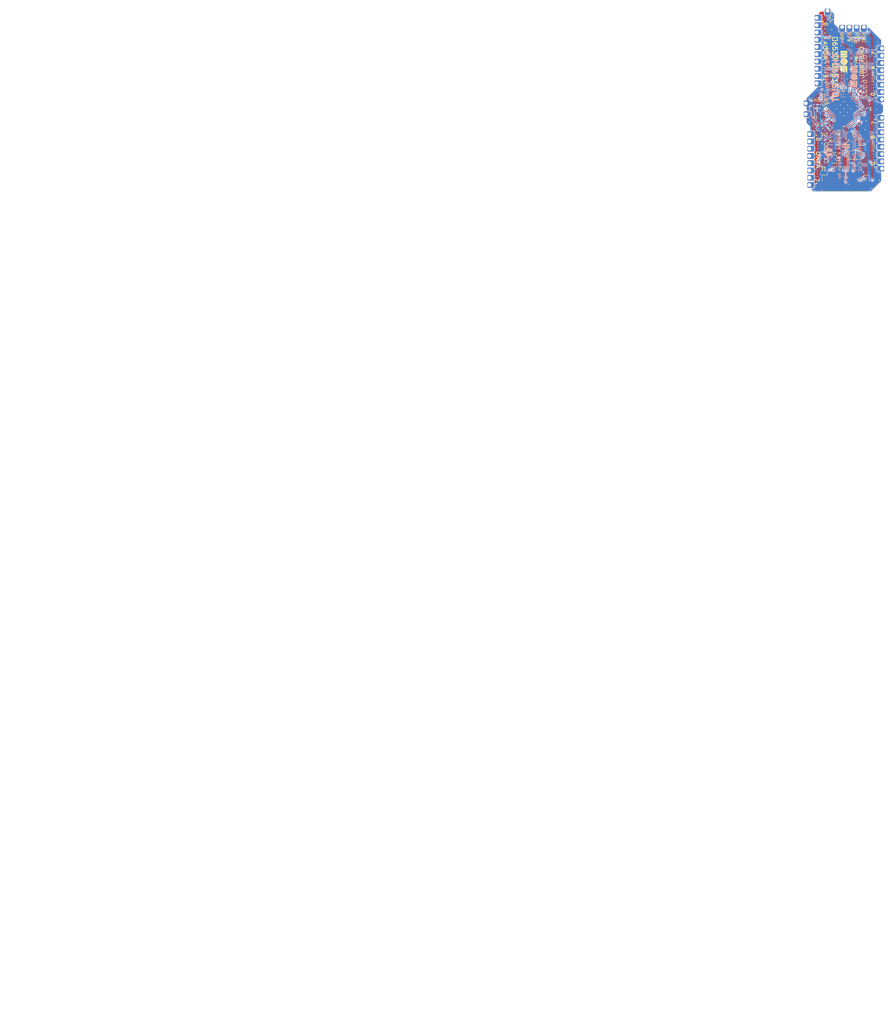
<source format=kicad_pcb>
(kicad_pcb (version 20241229) (generator "pcbnew") (generator_version "9.0")
  (title_block (title "reDIP RIOT") (date "2023-10-01") (rev "1.0") (company "Nimrod") (comment 1 "© 2023 Dag Lem") (comment 2 "Licensed under CERN-OHL-S v2 (https://ohwr.org/cern_ohl_s_v2.txt)"))
  (layers (0 "F.Cu" signal) (2 "B.Cu" mixed) (13 "F.Paste" user) (15 "B.Paste" user) (5 "F.SilkS" user "F.Silkscreen") (7 "B.SilkS" user "B.Silkscreen") (1 "F.Mask" user) (3 "B.Mask" user) (25 "Edge.Cuts" user))
  (net 0 "")
  (net 1 "GND")
  (net 2 "+3V3")
  (net 3 "+1V2")
  (net 4 "/~{CRESET}")
  (net 5 "/CDONE")
  (net 6 "/SPI_~{CS}")
  (net 7 "Net-(U2D-VCCPLL)")
  (net 8 "/PHI2_ICE31")
  (net 9 "/A4_ICE23")
  (net 10 "/A2_ICE20")
  (net 11 "/A0_SPI_SIO2")
  (net 12 "/A8_ICE40_OD")
  (net 13 "/A1_SPI_SIO3")
  (net 14 "/A9_ICE39_OD")
  (net 15 "/A6_ICE25")
  (net 16 "/A5_ICE27")
  (net 17 "/A7_ICE41_OD")
  (net 18 "/A3_ICE21")
  (net 19 "/D2_ICE46")
  (net 20 "/D0_ICE44")
  (net 21 "/D6_ICE2")
  (net 22 "/D4_ICE4")
  (net 23 "/D3_ICE6")
  (net 24 "/D5_ICE3")
  (net 25 "/D1_ICE45")
  (net 26 "/D7_ICE48")
  (net 27 "/PA6_ICE42")
  (net 28 "/PA1_ICE34")
  (net 29 "/PA5_ICE38")
  (net 30 "/PA4_ICE37")
  (net 31 "/PA2_ICE35")
  (net 32 "/PA7_ICE43")
  (net 33 "/PA3_ICE36")
  (net 34 "/PA0_ICE32")
  (net 35 "/PB5_ICE13")
  (net 36 "/PB2_ICE10")
  (net 37 "/PB7_SPI_SCLK")
  (net 38 "/PB1_ICE9")
  (net 39 "/PB0_ICE47")
  (net 40 "/PB3_ICE11")
  (net 41 "/PB4_ICE12")
  (net 42 "/PB6_SPI_SIO0")
  (net 43 "/RW_ICE26")
  (net 44 "/RSO_ICE28")
  (net 45 "/BE")
  (net 46 "/~{RST}_SPI_SIO1")
  (net 47 "VCC")
  (net 48 "Net-(Q1-C)")
  (net 49 "Net-(Q1-B)")
  (footprint "Resistor_SMD:R_0402_1005Metric_Pad0.72x0.64mm_HandSolder" (layer "F.Cu") (at 106.65 132.8 45)
    (property "Reference" "R3" (hide yes))
    (property "Value" "2.87K" (hide yes))
  )
  (footprint "Capacitor_SMD:C_0402_1005Metric_Pad0.74x0.62mm_HandSolder" (layer "F.Cu") (at 113.5675 136.5)
    (property "Reference" "C10" (hide yes))
    (property "Value" "0.1uF" (hide yes))
  )
  (footprint "Capacitor_SMD:C_0402_1005Metric_Pad0.74x0.62mm_HandSolder" (layer "F.Cu") (at 114.1 130.5 -45)
    (property "Reference" "C9" (hide yes))
    (property "Value" "0.1uF" (hide yes))
  )
  (footprint "Resistor_SMD:R_0402_1005Metric_Pad0.72x0.64mm_HandSolder" (layer "F.Cu") (at 112.85 141.6 90)
    (property "Reference" "R2" (hide yes))
    (property "Value" "10K" (hide yes))
  )
  (footprint "Capacitor_SMD:C_0402_1005Metric_Pad0.74x0.62mm_HandSolder" (layer "F.Cu") (at 116.8 126.1)
    (property "Reference" "C6" (hide yes))
    (property "Value" "0.1uF" (hide yes))
  )
  (footprint "Capacitor_SMD:C_0402_1005Metric_Pad0.74x0.62mm_HandSolder" (layer "F.Cu") (at 102.7 125.8675 90)
    (property "Reference" "C5" (hide yes))
    (property "Value" "0.1uF" (hide yes))
  )
  (footprint "Capacitor_SMD:C_0402_1005Metric_Pad0.74x0.62mm_HandSolder" (layer "F.Cu") (at 113.801283 120.798717 45)
    (property "Reference" "C7" (hide yes))
    (property "Value" "0.1uF" (hide yes))
  )
  (footprint "onsemi:CASE_711AJ_1.0x1.0mm_P0.65mm" (layer "F.Cu") (at 103.893934 129.634315 -135)
    (property "Reference" "U1" (hide yes))
    (property "Value" "NCP115AMX120TCG" (hide yes))
  )
  (footprint "Capacitor_SMD:C_0402_1005Metric_Pad0.74x0.62mm_HandSolder" (layer "F.Cu") (at 101.575 125.875 90)
    (property "Reference" "C1" (hide yes))
    (property "Value" "4.7uF" (hide yes))
  )
  (footprint "Capacitor_SMD:C_0402_1005Metric_Pad0.74x0.62mm_HandSolder" (layer "F.Cu") (at 111.598717 118.601283 45)
    (property "Reference" "C2" (hide yes))
    (property "Value" "0.1uF" (hide yes))
  )
  (footprint "Package_DFN_QFN:QFN-48-1EP_7x7mm_P0.5mm_EP5.6x5.6mm" (layer "F.Cu") (at 109.497434 126.002566 45)
    (property "Reference" "U2")
    (property "Value" "ICE40UP5K-SG48ITR")
  )
  (footprint "Capacitor_SMD:C_0402_1005Metric_Pad0.74x0.62mm_HandSolder" (layer "F.Cu") (at 105.401283 131.639098 -135)
    (property "Reference" "C4" (hide yes))
    (property "Value" "0.1uF" (hide yes))
  )
  (footprint "Connector_JST:JST_SHL_SM10B-SHLS-TF_1x10-1MP_P1.00mm_Horizontal" (layer "F.Cu") (at 110 145.675)
    (property "Reference" "J1")
    (property "Value" "Conn_01x10" (hide yes))
  )
  (footprint "Capacitor_SMD:C_0402_1005Metric_Pad0.74x0.62mm_HandSolder" (layer "F.Cu") (at 104.701283 130.939098 -135)
    (property "Reference" "C3" (hide yes))
    (property "Value" "4.7uF" (hide yes))
  )
  (footprint "Resistor_SMD:R_0402_1005Metric_Pad0.72x0.64mm_HandSolder" (layer "F.Cu") (at 113.122496 120.077504 45)
    (property "Reference" "R1" (hide yes))
    (property "Value" "100" (hide yes))
  )
  (footprint "CM_Chip_Packages:UDFN-8_EP_3x2_Pitch0.5mm" (layer "F.Cu") (at 112.31 138.75)
    (property "Reference" "U3" (hide yes))
    (property "Value" "AT25SF081BMAH*T" (hide yes))
  )
  (footprint "Resistor_SMD:R_0402_1005Metric_Pad0.72x0.64mm_HandSolder" (layer "F.Cu") (at 113.85 141.6025 -90)
    (property "Reference" "R5" (hide yes))
    (property "Value" "1K" (hide yes))
  )
  (footprint "CM_Connector_Castelated:cast-2.0-08P" (layer "F.Cu") (at 120 136.5 180)
    (property "Reference" "CST5" (hide yes))
    (property "Value" "~" (hide yes))
  )
  (footprint "CM_Connector_Castelated:cast-2.0-01P" (layer "F.Cu") (at 99 127.5 180)
    (property "Reference" "CST10" (hide yes))
    (property "Value" "~" (hide yes))
  )
  (footprint "CM_Connector_Castelated:cast-2.0-01P" (layer "F.Cu") (at 113 103.5 90)
    (property "Reference" "CST7" (hide yes))
    (property "Value" "~" (hide yes))
  )
  (footprint "Resistor_SMD:R_0402_1005Metric_Pad0.72x0.64mm_HandSolder" (layer "F.Cu") (at 104.55 139.8525 90)
    (property "Reference" "R6" (hide yes))
    (property "Value" "20K" (hide yes))
  )
  (footprint "CM_Connector_Castelated:cast-2.0-08P" (layer "F.Cu") (at 100 139)
    (property "Reference" "CST3" (hide yes))
    (property "Value" "~" (hide yes))
  )
  (footprint "Resistor_SMD:R_0402_1005Metric_Pad0.72x0.64mm_HandSolder" (layer "F.Cu") (at 104.55 136.4025 -90)
    (property "Reference" "R7" (hide yes))
    (property "Value" "100K" (hide yes))
  )
  (footprint "CM_Connector_Castelated:cast-2.0-01P" (layer "F.Cu") (at 99 124.5 180)
    (property "Reference" "CST11" (hide yes))
    (property "Value" "~" (hide yes))
  )
  (footprint "reDIP:MOS-logo" (layer "F.Cu") (at 109.5 113 -90)
    (property "Reference" "REF**" (hide yes))
    (property "Value" "MOS logo" (hide yes))
  )
  (footprint "CM_Connector_Castelated:cast-2.0-01P" (layer "F.Cu") (at 115 103.5 90)
    (property "Reference" "CST8" (hide yes))
    (property "Value" "~" (hide yes))
  )
  (footprint "CM_Connector_Castelated:cast-2.0-01P" (layer "F.Cu") (at 111 103.5 90)
    (property "Reference" "CST6" (hide yes))
    (property "Value" "~" (hide yes))
  )
  (footprint "reDIP:TestPoint_Pad_D1.00mm" (layer "F.Cu") (at 102.5 131.4 180)
    (property "Reference" "TP2" (hide yes))
    (property "Value" "TestPoint" (hide yes))
  )
  (footprint "Capacitor_SMD:C_0402_1005Metric_Pad0.74x0.62mm_HandSolder" (layer "F.Cu") (at 112.401283 119.398717 45)
    (property "Reference" "C8" (hide yes))
    (property "Value" "0.1uF" (hide yes))
  )
  (footprint "Resistor_SMD:R_0402_1005Metric_Pad0.72x0.64mm_HandSolder" (layer "F.Cu") (at 111 136.5)
    (property "Reference" "R4" (hide yes))
    (property "Value" "10K" (hide yes))
  )
  (footprint "CM_Connector_Castelated:cast-2.0-10P" (layer "F.Cu") (at 102 109)
    (property "Reference" "CST2" (hide yes))
    (property "Value" "~" (hide yes))
  )
  (footprint "Package_TO_SOT_SMD:SOT-323_SC-70" (layer "F.Cu") (at 106.75 139.9)
    (property "Reference" "Q1" (hide yes))
    (property "Value" "BC847W" (hide yes))
  )
  (footprint "CM_Connector_Castelated:cast-2.0-01P" (layer "F.Cu") (at 109 103.5 90)
    (property "Reference" "CST1" (hide yes))
    (property "Value" "~" (hide yes))
  )
  (footprint "Package_TO_SOT_SMD:SOT-23" (layer "F.Cu") (at 106.9625 136.5)
    (property "Reference" "Q2" (hide yes))
    (property "Value" "FDN340P" (hide yes))
  )
  (footprint "reDIP:TestPoint_Pad_D1.00mm" (layer "F.Cu") (at 104.0664 134.049991)
    (property "Reference" "TP4" (hide yes))
    (property "Value" "TestPoint" (hide yes))
  )
  (footprint "CM_Connector_Castelated:cast-2.0-01P" (layer "F.Cu") (at 105 99 90)
    (property "Reference" "CST9" (hide yes))
    (property "Value" "~" (hide yes))
  )
  (footprint "CM_Connector_Castelated:cast-2.0-08P" (layer "F.Cu") (at 120 117.4 180)
    (property "Reference" "CST4" (hide yes))
    (property "Value" "~" (hide yes))
  )
  (footprint "Capacitor_SMD:C_0402_1005Metric_Pad0.74x0.62mm_HandSolder" (layer "F.Cu") (at 114.501283 121.498717 45)
    (property "Reference" "C11" (hide yes))
    (property "Value" "4.7uF" (hide yes))
  )
  (footprint "reDIP:OSHW-logo" (layer "B.Cu") (at 105.225 137.975 -90)
    (property "Reference" "REF**" (hide yes))
    (property "Value" "OSHW logo" (hide yes))
  )
  (footprint "reDIP:MOS-logo" (layer "B.Cu") (at 112.275 117.175 -90)
    (property "Reference" "REF**" (hide yes))
    (property "Value" "MOS logo" (hide yes))
  )
  (footprint "reDIP:Nimrod-logo" (layer "B.Cu") (at 110.05 138.325 -90)
    (property "Reference" "REF**" (hide yes))
    (property "Value" "Nimrod logo" (hide yes))
  )
  (gr_line (start 102.075 146.425) (end 101.725 146.775) (stroke (width 0.2)) (layer "F.SilkS"))
  (gr_line (start 104 117.8) (end 103.65 118.15) (stroke (width 0.3)) (layer "F.SilkS"))
  (gr_line (start 101.75 133.2) (end 102.05 133.5) (stroke (width 0.2)) (layer "F.SilkS"))
  (gr_line (start 117.6 119.3) (end 117.6 121.7) (stroke (width 0.2) (type dot)) (layer "F.SilkS"))
  (gr_line (start 118.2 123.2) (end 117.9 122.9) (stroke (width 0.2)) (layer "F.SilkS"))
  (gr_line (start 117.875 129.075) (end 118.225 128.725) (stroke (width 0.2)) (layer "F.SilkS"))
  (gr_line (start 104.3 116) (end 104.3 113.1) (stroke (width 0.3) (type dot)) (layer "F.SilkS"))
  (gr_line (start 117.875 109.975) (end 118.225 109.625) (stroke (width 0.2)) (layer "F.SilkS"))
  (gr_line (start 118.2 142.3) (end 117.9 142) (stroke (width 0.2)) (layer "F.SilkS"))
  (gr_line (start 117.6 138.4) (end 117.6 140.8) (stroke (width 0.2) (type dot)) (layer "F.SilkS"))
  (gr_line (start 102.2 144.7) (end 102.2 142.9) (stroke (width 0.2) (type dot)) (layer "F.SilkS"))
  (gr_line (start 104.3 106.5) (end 104.3 103.5) (stroke (width 0.3) (type dot)) (layer "F.SilkS"))
  (gr_line (start 117.75 130.8) (end 117.75 132.6) (stroke (width 0.2) (type dot)) (layer "F.SilkS"))
  (gr_line (start 102.35 137.1) (end 102.35 134.7) (stroke (width 0.2) (type dot)) (layer "F.SilkS"))
  (gr_line (start 117.75 111.7) (end 117.75 113.5) (stroke (width 0.2) (type dot)) (layer "F.SilkS"))
  (gr_line (start 103.5 101.8) (end 103.8 102.1) (stroke (width 0.3)) (layer "F.SilkS"))
  (gr_poly (pts (xy 102 100) (xy 102 120) (xy 99 123) (xy 99 130) (xy 100 131) (xy 100 148) (xy 101 149) (xy 117 149) (xy 120 146) (xy 120 127.5) (xy 120.5 127) (xy 120.5 125) (xy 120 124.5) (xy 120 107) (xy 116.5 103.5) (xy 108 103.5) (xy 107 102.5) (xy 107 99.8) (xy 106.2 99) (xy 103 99)) (stroke (width 0.05)) (fill no) (layer "Edge.Cuts"))
  (gr_text "CHIPz RIOT" (at 114.3 113.05 270) (layer "F.SilkS") (effects (font (size 1.1 1) (thickness 0.2))))
  (gr_text "1V2" (at 101.675 130.4 0) (layer "F.SilkS") (effects (font (size 0.7 0.7) (thickness 0.1))))
  (gr_text "3V3" (at 104.075 133.075 0) (layer "F.SilkS") (effects (font (size 0.7 0.7) (thickness 0.1))))
  (gr_text "0" (at 102.4 134.4 270) (layer "F.SilkS") (effects (font (size 1.1 1) (thickness 0.2) (bold yes))))
  (gr_text "0" (at 117.55 122 90) (layer "F.SilkS") (effects (font (size 1.1 1) (thickness 0.2) (bold yes))))
  (gr_text "PORT" (at 117.65 136.4 90) (layer "F.SilkS") (effects (font (size 0.8 0.8) (thickness 0.08))))
  (gr_text "R/~{W}" (at 110.9 105 270) (layer "F.SilkS") (effects (font (size 1 0.8) (thickness 0.125)) (justify left)))
  (gr_text "7" (at 102.1 145.6 270) (layer "F.SilkS") (effects (font (size 1.1 1) (thickness 0.2) (bold yes))))
  (gr_text "0" (at 117.55 141.1 90) (layer "F.SilkS") (effects (font (size 1.1 1) (thickness 0.2) (bold yes))))
  (gr_text "7" (at 117.85 110.8 90) (layer "F.SilkS") (effects (font (size 1.1 1) (thickness 0.2) (bold yes))))
  (gr_text "Rev.A" (at 112.9 113.025 270) (layer "F.SilkS") (effects (font (size 0.8 0.8) (thickness 0.15) (bold yes))))
  (gr_text "GND" (at 101.65 123.625 0) (layer "F.SilkS") (effects (font (size 0.8 0.8) (thickness 0.1))))
  (gr_text "9" (at 104.4 117 270) (layer "F.SilkS") (effects (font (size 1.1 1) (thickness 0.2) (bold yes))))
  (gr_text "☐6530 ☐6532" (at 107 113 270) (layer "F.SilkS") (effects (font (size 1.3 1.3) (thickness 0.24) (bold yes))))
  (gr_text "DATA" (at 102.35 140.05 270) (layer "F.SilkS") (effects (font (size 1 1.4) (thickness 0.2))))
  (gr_text "A" (at 117.55 114.7 90) (layer "F.SilkS") (effects (font (size 1 1) (thickness 0.2) (bold yes))))
  (gr_text "Vcc" (at 101.45 128.3 0) (layer "F.SilkS") (effects (font (size 0.7 0.7) (thickness 0.1))))
  (gr_text "Φ2" (at 108.9 105 270) (layer "F.SilkS") (effects (font (size 1 1) (thickness 0.125)) (justify left)))
  (gr_text "B" (at 117.55 133.8 90) (layer "F.SilkS") (effects (font (size 1 1) (thickness 0.2) (bold yes))))
  (gr_text "ADDR" (at 104.3 110 270) (layer "F.SilkS") (effects (font (size 1 1.4) (thickness 0.2))))
  (gr_text "7" (at 117.85 129.9 90) (layer "F.SilkS") (effects (font (size 1.1 1) (thickness 0.2) (bold yes))))
  (gr_text "~{RES}" (at 113 105 270) (layer "F.SilkS") (effects (font (size 1 0.9) (thickness 0.125)) (justify left)))
  (gr_text "PORT" (at 117.65 117.3 90) (layer "F.SilkS") (effects (font (size 0.8 0.8) (thickness 0.08))))
  (gr_text "RSO" (at 115 105 270) (layer "F.SilkS") (effects (font (size 1 0.9) (thickness 0.125)) (justify left)))
  (gr_text "BE" (at 105 100.8 315) (layer "F.SilkS") (effects (font (size 1 1) (thickness 0.125)) (justify left)))
  (gr_text "0" (at 104.4 102.7 270) (layer "F.SilkS") (effects (font (size 1.1 1) (thickness 0.2) (bold yes))))
  (gr_text "© 2023 Dag Lem" (at 112.425 137.95 90) (layer "B.SilkS") (effects (font (size 0.8 0.8)) (justify mirror)))
  (gr_text "CERN-OHL-S v2" (at 113.9 138.15 90) (layer "B.SilkS") (effects (font (size 0.8 0.8) (thickness 0.15) (bold yes)) (justify mirror)))
  (gr_text "Based on a design by:" (at 108.175 138.55 90) (layer "B.SilkS") (effects (font (size 0.8 0.8)) (justify mirror)))
  (gr_text "6530/6532" (at 115.15 117.15 90) (layer "B.SilkS") (effects (font (size 1.4 1.4) (thickness 0.2) (bold yes)) (justify mirror)))
  (gr_text "Rev.A (2025/07)" (at 109.2 117.275 90) (layer "B.SilkS") (effects (font (size 0.9 0.9) (thickness 0.12)) (justify mirror)))
  (gr_text "CHIPz RIOT" (at 107.275 117.4 90) (layer "B.SilkS") (effects (font (size 1.6 1.6) (thickness 0.4) (bold yes)) (justify mirror)))
  (gr_text "Circuit Monkey" (at 104.725 117.375 90) (layer "B.SilkS") (effects (font (size 1.2 1.4) (thickness 0.2) (bold yes)) (justify mirror)))
  (via (at 109.51 126.01) (size 0.508) (drill 0.254) (layers "F.Cu" "B.Cu") (net 1))
  (via (at 108.52 125.02) (size 0.508) (drill 0.254) (layers "F.Cu" "B.Cu") (net 1))
  (via (at 109.51 124.03) (size 0.508) (drill 0.254) (layers "F.Cu" "B.Cu") (net 1))
  (via (at 107.54 126.01) (size 0.508) (drill 0.254) (layers "F.Cu" "B.Cu") (net 1))
  (via (at 110.5 125.02) (size 0.508) (drill 0.254) (layers "F.Cu" "B.Cu") (net 1))
  (via (at 111.420174 126.026344) (size 0.508) (drill 0.254) (layers "F.Cu" "B.Cu") (net 1))
  (via (at 111.6 108.625) (size 0.508) (drill 0.254) (layers "F.Cu" "B.Cu") (net 1))
  (via (at 116.2 107.65) (size 0.508) (drill 0.254) (layers "F.Cu" "B.Cu") (net 1))
  (via (at 108.52 127) (size 0.508) (drill 0.254) (layers "F.Cu" "B.Cu") (net 1))
  (via (at 110.375 117.8) (size 0.508) (drill 0.254) (layers "F.Cu" "B.Cu") (net 1))
  (via (at 116.1422 143.55) (size 0.508) (drill 0.254) (layers "F.Cu" "B.Cu") (net 1))
  (via (at 100.05 122.975) (size 0.508) (drill 0.254) (layers "F.Cu" "B.Cu") (net 1))
  (via (at 116.651415 104.620216) (size 0.508) (drill 0.254) (layers "F.Cu" "B.Cu") (net 1))
  (via (at 115.45 136.7) (size 0.508) (drill 0.254) (layers "F.Cu" "B.Cu") (net 1))
  (via (at 115.35 131.8) (size 0.508) (drill 0.254) (layers "F.Cu" "B.Cu") (net 1))
  (via (at 102.3 120.925) (size 0.508) (drill 0.254) (layers "F.Cu" "B.Cu") (net 1))
  (via (at 108.8 134.05) (size 0.508) (drill 0.254) (layers "F.Cu" "B.Cu") (net 1))
  (via (at 106.825 115.625) (size 0.508) (drill 0.254) (layers "F.Cu" "B.Cu") (net 1))
  (via (at 116.175 135) (size 0.508) (drill 0.254) (layers "F.Cu" "B.Cu") (net 1))
  (via (at 111.15 140.95) (size 0.508) (drill 0.254) (layers "F.Cu" "B.Cu") (net 1))
  (via (at 118.6 126.15) (size 0.508) (drill 0.254) (layers "F.Cu" "B.Cu") (net 1))
  (via (at 116.7 111.55) (size 0.508) (drill 0.254) (layers "F.Cu" "B.Cu") (net 1))
  (via (at 118.05 121.3) (size 0.508) (drill 0.254) (layers "F.Cu" "B.Cu") (net 1))
  (via (at 103.25 132.45) (size 0.508) (drill 0.254) (layers "F.Cu" "B.Cu") (net 1))
  (via (at 110.375 116.175) (size 0.508) (drill 0.254) (layers "F.Cu" "B.Cu") (net 1))
  (via (at 105.5 141.55) (size 0.508) (drill 0.254) (layers "F.Cu" "B.Cu") (net 1))
  (via (at 103.2 139.9) (size 0.508) (drill 0.254) (layers "F.Cu" "B.Cu") (net 1))
  (via (at 112.1 105.4) (size 0.508) (drill 0.254) (layers "F.Cu" "B.Cu") (net 1))
  (via (at 107.125 118.9) (size 0.508) (drill 0.254) (layers "F.Cu" "B.Cu") (net 1))
  (via (at 105.05 121.6) (size 0.508) (drill 0.254) (layers "F.Cu" "B.Cu") (net 1))
  (via (at 118.05 111.55) (size 0.508) (drill 0.254) (layers "F.Cu" "B.Cu") (net 1))
  (via (at 109.51 127.99) (size 0.508) (drill 0.254) (layers "F.Cu" "B.Cu") (net 1))
  (via (at 117.2 147.9) (size 0.508) (drill 0.254) (layers "F.Cu" "B.Cu") (net 1))
  (via (at 113.2 115.7) (size 0.508) (drill 0.254) (layers "F.Cu" "B.Cu") (net 1))
  (via (at 107.5 113) (size 0.508) (drill 0.254) (layers "F.Cu" "B.Cu") (net 1))
  (via (at 115.45 137.325) (size 0.508) (drill 0.254) (layers "F.Cu" "B.Cu") (net 1))
  (via (at 110.45 112.85) (size 0.508) (drill 0.254) (layers "F.Cu" "B.Cu") (net 1))
  (via (at 117.9826 123.976279) (size 0.508) (drill 0.254) (layers "F.Cu" "B.Cu") (net 1))
  (via (at 114.5 142.7) (size 0.508) (drill 0.254) (layers "F.Cu" "B.Cu") (net 1))
  (via (at 103.0834 127.25) (size 0.508) (drill 0.254) (layers "F.Cu" "B.Cu") (net 1))
  (via (at 112.2 111.4) (size 0.508) (drill 0.254) (layers "F.Cu" "B.Cu") (net 1))
  (via (at 111.5 135.05) (size 0.508) (drill 0.254) (layers "F.Cu" "B.Cu") (net 1))
  (via (at 110.5 127) (size 0.508) (drill 0.254) (layers "F.Cu" "B.Cu") (net 1))
  (via (at 110.6 132.4) (size 0.508) (drill 0.254) (layers "F.Cu" "B.Cu") (net 1))
  (via (at 108.8 140.95) (size 0.508) (drill 0.254) (layers "F.Cu" "B.Cu") (net 1))
  (via (at 100.025 126.025) (size 0.508) (drill 0.254) (layers "F.Cu" "B.Cu") (net 1))
  (via (at 106.05 111.75) (size 0.508) (drill 0.254) (layers "F.Cu" "B.Cu") (net 1))
  (via (at 110.45 111.4) (size 0.508) (drill 0.254) (layers "F.Cu" "B.Cu") (net 1))
  (via (at 113.2 117.8) (size 0.508) (drill 0.254) (layers "F.Cu" "B.Cu") (net 1))
  (via (at 118.8 107.65) (size 0.508) (drill 0.254) (layers "F.Cu" "B.Cu") (net 1))
  (via (at 106.85 134.475) (size 0.508) (drill 0.254) (layers "F.Cu" "B.Cu") (net 1))
  (via (at 110.7 146.8) (size 0.508) (drill 0.254) (layers "F.Cu" "B.Cu") (net 1))
  (via (at 106.725 138.425) (size 0.508) (drill 0.254) (layers "F.Cu" "B.Cu") (net 1))
  (via (at 103.475 137.9) (size 0.508) (drill 0.254) (layers "F.Cu" "B.Cu") (net 1))
  (via (at 116.5 124.725) (size 0.508) (drill 0.254) (layers "F.Cu" "B.Cu") (net 1))
  (via (at 119.25 145.675) (size 0.508) (drill 0.254) (layers "F.Cu" "B.Cu") (net 1))
  (via (at 103.05 144.025) (size 0.508) (drill 0.254) (layers "F.Cu" "B.Cu") (net 1))
  (via (at 108.8 137.45) (size 0.508) (drill 0.254) (layers "F.Cu" "B.Cu") (net 1))
  (via (at 112.35 112.9) (size 0.508) (drill 0.254) (layers "F.Cu" "B.Cu") (net 1))
  (via (at 101.4 148.51) (size 0.508) (drill 0.254) (layers "F.Cu" "B.Cu") (net 1))
  (via (at 117.95 140.45) (size 0.508) (drill 0.254) (layers "F.Cu" "B.Cu") (net 1))
  (via (at 115.6 129.3) (size 0.508) (drill 0.254) (layers "F.Cu" "B.Cu") (net 1))
  (via (at 106.3 100.5) (size 0.508) (drill 0.254) (layers "F.Cu" "B.Cu") (net 1))
  (via (at 103.075 128.875) (size 0.508) (drill 0.254) (layers "F.Cu" "B.Cu") (net 1))
  (via (at 106.175 104.3) (size 0.508) (drill 0.254) (layers "F.Cu" "B.Cu") (net 1))
  (via (at 112.45 131.45) (size 0.508) (drill 0.254) (layers "F.Cu" "B.Cu") (net 1))
  (via (at 104.625 108.45) (size 0.508) (drill 0.254) (layers "F.Cu" "B.Cu") (net 1))
  (via (at 107.625 120.4) (size 0.508) (drill 0.254) (layers "F.Cu" "B.Cu") (net 1))
  (via (at 106.575 130.4) (size 0.508) (drill 0.254) (layers "F.Cu" "B.Cu") (net 1))
  (via (at 103.45 135.55) (size 0.508) (drill 0.254) (layers "F.Cu" "B.Cu") (net 1))
  (via (at 103.75 125.3) (size 0.508) (drill 0.254) (layers "F.Cu" "B.Cu") (net 1))
  (via (at 117.9826 127.731189) (size 0.508) (drill 0.254) (layers "F.Cu" "B.Cu") (net 1))
  (via (at 110.05 105.4) (size 0.508) (drill 0.254) (layers "F.Cu" "B.Cu") (net 1))
  (via (at 99.925 129.65) (size 0.508) (drill 0.254) (layers "F.Cu" "B.Cu") (net 1))
  (via (at 109.4 130.9) (size 0.508) (drill 0.254) (layers "F.Cu" "B.Cu") (net 1))
  (via (at 108.7 108.65) (size 0.508) (drill 0.254) (layers "F.Cu" "B.Cu") (net 1))
  (segment (start 114.516627 128.268141) (end 115.430805 128.268141) (width 0.254) (layer "F.Cu") (net 2))
  (segment (start 114.153362 126.725) (end 113.814525 126.386163) (width 0.25) (layer "F.Cu") (net 2))
  (segment (start 113.750859 126.322497) (end 113.750166 126.322497) (width 0.25) (layer "F.Cu") (net 2))
  (segment (start 113.767296 126.338934) (end 113.755703 126.327341) (width 0.25) (layer "F.Cu") (net 2))
  (segment (start 111.603254 121.041991) (end 111.68078 120.964465) (width 0.254) (layer "F.Cu") (net 2))
  (segment (start 113.752935 126.324573) (end 113.751551 126.323189) (width 0.25) (layer "F.Cu") (net 2))
  (segment (start 113.442236 135.747764) (end 115.128602 135.747764) (width 0.25) (layer "F.Cu") (net 2))
  (segment (start 113.872657 126.488702) (end 113.872657 126.444295) (width 0.25) (layer "F.Cu") (net 2))
  (segment (start 111.04423 122.688003) (end 111.425454 122.306779) (width 0.254) (layer "F.Cu") (net 2))
  (segment (start 104.035 126.435) (end 104.075 126.475) (width 0.254) (layer "F.Cu") (net 2))
  (segment (start 114.85 126.333413) (end 114.458413 126.725) (width 0.25) (layer "F.Cu") (net 2))
  (segment (start 102.7 126.435) (end 104.035 126.435) (width 0.254) (layer "F.Cu") (net 2))
  (segment (start 113.81 138) (end 113 138) (width 0.25) (layer "F.Cu") (net 2))
  (segment (start 108.75 136.387499) (end 108.637499 136.5) (width 0.254) (layer "F.Cu") (net 2))
  (segment (start 115.999087 126.333413) (end 114.85 126.333413) (width 0.25) (layer "F.Cu") (net 2))
  (segment (start 113.751551 126.323189) (end 113.750859 126.322497) (width 0.25) (layer "F.Cu") (net 2))
  (segment (start 111.5975 136.5) (end 111.5975 136.0475) (width 0.254) (layer "F.Cu") (net 2))
  (segment (start 113 136.5) (end 113 136.19) (width 0.25) (layer "F.Cu") (net 2))
  (segment (start 113.519741 127.55) (end 113.798486 127.55) (width 0.25) (layer "F.Cu") (net 2))
  (segment (start 113.5 144) (end 113.5 143.375001) (width 0.25) (layer "F.Cu") (net 2))
  (segment (start 113.750166 126.322497) (end 113.747584 126.319915) (width 0.25) (layer "F.Cu") (net 2))
  (segment (start 113.747584 126.319915) (end 113.747584 126.3174) (width 0.25) (layer "F.Cu") (net 2))
  (segment (start 111.2 135.65) (end 108.75 135.65) (width 0.254) (layer "F.Cu") (net 2))
  (segment (start 115.430805 128.268141) (end 115.743263 127.955683) (width 0.254) (layer "F.Cu") (net 2))
  (segment (start 113.747584 126.319915) (end 113.747584 126.3174) (width 0.25) (layer "F.Cu") (net 2))
  (segment (start 103.65 134.05) (end 105.4 134.05) (width 0.25) (layer "F.Cu") (net 2))
  (segment (start 113.16555 127.195809) (end 113.519741 127.55) (width 0.25) (layer "F.Cu") (net 2))
  (segment (start 113.798486 127.55) (end 114.15 127.901514) (width 0.25) (layer "F.Cu") (net 2))
  (segment (start 106.638155 133.222496) (end 108.75 135.334341) (width 0.254) (layer "F.Cu") (net 2))
  (segment (start 111.425454 122.306779) (end 111.425454 121.569666) (width 0.254) (layer "F.Cu") (net 2))
  (segment (start 113.751551 126.323189) (end 113.750859 126.322497) (width 0.25) (layer "F.Cu") (net 2))
  (segment (start 113.767296 126.338934) (end 113.755703 126.327341) (width 0.25) (layer "F.Cu") (net 2))
  (segment (start 113.752935 126.324573) (end 113.751551 126.323189) (width 0.25) (layer "F.Cu") (net 2))
  (segment (start 111.425454 121.569666) (end 111.603254 121.391866) (width 0.254) (layer "F.Cu") (net 2))
  (segment (start 114.15 127.901514) (end 114.15 129.647434) (width 0.25) (layer "F.Cu") (net 2))
  (segment (start 108.75 135.334341) (end 108.75 135.65) (width 0.254) (layer "F.Cu") (net 2))
  (segment (start 113.5 143.375001) (end 113.174999 143.05) (width 0.25) (layer "F.Cu") (net 2))
  (segment (start 113.814525 126.386163) (end 113.767296 126.338934) (width 0.25) (layer "F.Cu") (net 2))
  (segment (start 114.15 129.647434) (end 113.698717 130.098717) (width 0.25) (layer "F.Cu") (net 2))
  (segment (start 116.2325 126.1) (end 115.999087 126.333413) (width 0.25) (layer "F.Cu") (net 2))
  (segment (start 104.935913 126.675) (end 104.275 126.675) (width 0.25) (layer "F.Cu") (net 2))
  (segment (start 105.122211 126.488702) (end 104.935913 126.675) (width 0.25) (layer "F.Cu") (net 2))
  (segment (start 113.747584 126.3174) (end 113.736014 126.30583) (width 0.25) (layer "F.Cu") (net 2))
  (segment (start 113.750166 126.322497) (end 113.747584 126.319915) (width 0.25) (layer "F.Cu") (net 2))
  (segment (start 111.603254 121.391866) (end 111.603254 121.041991) (width 0.254) (layer "F.Cu") (net 2))
  (segment (start 113.747584 126.3174) (end 113.736014 126.30583) (width 0.25) (layer "F.Cu") (net 2))
  (segment (start 115.743263 127.955683) (end 115.743263 126.333413) (width 0.254) (layer "F.Cu") (net 2))
  (segment (start 112.05 141.0025) (end 112.85 141.0025) (width 0.25) (layer "F.Cu") (net 2))
  (segment (start 114.458413 126.725) (end 114.153362 126.725) (width 0.25) (layer "F.Cu") (net 2))
  (segment (start 115.743263 126.333413) (end 114.85 126.333413) (width 0.254) (layer "F.Cu") (net 2))
  (segment (start 114.15 127.901514) (end 114.516627 128.268141) (width 0.254) (layer "F.Cu") (net 2))
  (segment (start 111.5975 136.0475) (end 111.2 135.65) (width 0.254) (layer "F.Cu") (net 2))
  (segment (start 113.872657 126.444295) (end 113.814525 126.386163) (width 0.25) (layer "F.Cu") (net 2))
  (segment (start 113 138) (end 113 136.5) (width 0.25) (layer "F.Cu") (net 2))
  (segment (start 113.814525 126.386163) (end 113.767296 126.338934) (width 0.25) (layer "F.Cu") (net 2))
  (segment (start 105.4 134.05) (end 106.227504 133.222496) (width 0.25) (layer "F.Cu") (net 2))
  (segment (start 113.755703 126.327341) (end 113.752935 126.324573) (width 0.25) (layer "F.Cu") (net 2))
  (segment (start 108.637499 136.5) (end 107.9 136.5) (width 0.254) (layer "F.Cu") (net 2))
  (segment (start 113 136.5) (end 111.5975 136.5) (width 0.25) (layer "F.Cu") (net 2))
  (segment (start 108.75 135.65) (end 108.75 136.387499) (width 0.254) (layer "F.Cu") (net 2))
  (segment (start 104.275 126.675) (end 104.075 126.475) (width 0.25) (layer "F.Cu") (net 2))
  (segment (start 113.750859 126.322497) (end 113.750166 126.322497) (width 0.25) (layer "F.Cu") (net 2))
  (segment (start 106.227504 133.222496) (end 106.638155 133.222496) (width 0.254) (layer "F.Cu") (net 2))
  (segment (start 113.174999 143.05) (end 112.05 143.05) (width 0.25) (layer "F.Cu") (net 2))
  (segment (start 113 136.19) (end 113.442236 135.747764) (width 0.25) (layer "F.Cu") (net 2))
  (segment (start 113.755703 126.327341) (end 113.752935 126.324573) (width 0.25) (layer "F.Cu") (net 2))
  (via (at 111.68078 120.964465) (size 0.508) (drill 0.254) (layers "F.Cu" "B.Cu") (net 2))
  (via (at 112.05 141.0025) (size 0.508) (drill 0.254) (layers "F.Cu" "B.Cu") (net 2))
  (via (at 113 137.3) (size 0.508) (drill 0.254) (layers "F.Cu" "B.Cu") (net 2))
  (via (at 114.15 129.647434) (size 0.508) (drill 0.254) (layers "F.Cu" "B.Cu") (net 2))
  (via (at 104.1334 134.049991) (size 0.508) (drill 0.254) (layers "F.Cu" "B.Cu") (net 2))
  (via (at 112.05 143.05) (size 0.508) (drill 0.254) (layers "F.Cu" "B.Cu") (net 2))
  (via (at 111.197434 119.002566) (size 0.508) (drill 0.254) (layers "F.Cu" "B.Cu") (net 2))
  (via (at 115.128602 135.747764) (size 0.508) (drill 0.254) (layers "F.Cu" "B.Cu") (net 2))
  (via (at 113.736014 126.30583) (size 0.508) (drill 0.254) (layers "F.Cu" "B.Cu") (net 2))
  (via (at 104.075 126.475) (size 0.508) (drill 0.254) (layers "F.Cu" "B.Cu") (net 2))
  (segment (start 115.099602 135.193191) (end 115.099602 135.718764) (width 0.25) (layer "B.Cu") (net 2))
  (segment (start 111.68078 120.964465) (end 111.68078 119.485912) (width 0.254) (layer "B.Cu") (net 2))
  (segment (start 113 138.15) (end 113 137.3) (width 0.25) (layer "B.Cu") (net 2))
  (segment (start 112.05 141.0025) (end 112.05 139.1) (width 0.25) (layer "B.Cu") (net 2))
  (segment (start 103.7 129.55885) (end 103.7 126.85) (width 0.25) (layer "B.Cu") (net 2))
  (segment (start 112.05 139.1) (end 113 138.15) (width 0.25) (layer "B.Cu") (net 2))
  (segment (start 104.3544 130.21325) (end 103.7 129.55885) (width 0.25) (layer "B.Cu") (net 2))
  (segment (start 113.4132 133.506789) (end 115.099602 135.193191) (width 0.25) (layer "B.Cu") (net 2))
  (segment (start 113.4 124.5) (end 113.4 125.969816) (width 0.254) (layer "B.Cu") (net 2))
  (segment (start 112.05 141.0025) (end 112.05 143.05) (width 0.25) (layer "B.Cu") (net 2))
  (segment (start 111.68078 120.964465) (end 111.68078 122.78078) (width 0.254) (layer "B.Cu") (net 2))
  (segment (start 104.3544 133.828991) (end 104.3544 130.21325) (width 0.25) (layer "B.Cu") (net 2))
  (segment (start 114.15 129.647434) (end 113.416156 130.381278) (width 0.25) (layer "B.Cu") (net 2))
  (segment (start 113.4 125.969816) (end 113.736014 126.30583) (width 0.254) (layer "B.Cu") (net 2))
  (segment (start 115.099602 135.718764) (end 115.128602 135.747764) (width 0.25) (layer "B.Cu") (net 2))
  (segment (start 111.68078 122.78078) (end 113.4 124.5) (width 0.254) (layer "B.Cu") (net 2))
  (segment (start 113.416156 132.748074) (end 113.4132 132.75103) (width 0.25) (layer "B.Cu") (net 2))
  (segment (start 113.416156 130.381278) (end 113.416156 132.748074) (width 0.25) (layer "B.Cu") (net 2))
  (segment (start 104.1334 134.049991) (end 104.3544 133.828991) (width 0.25) (layer "B.Cu") (net 2))
  (segment (start 113.4132 132.75103) (end 113.4132 133.506789) (width 0.25) (layer "B.Cu") (net 2))
  (segment (start 103.7 126.85) (end 104.075 126.475) (width 0.25) (layer "B.Cu") (net 2))
  (segment (start 111.68078 119.485912) (end 111.197434 119.002566) (width 0.254) (layer "B.Cu") (net 2))
  (segment (start 112 119.8) (end 112.700001 120.499999) (width 0.254) (layer "F.Cu") (net 3))
  (segment (start 112.4556 122.960878) (end 112.4556 122.809207) (width 0.254) (layer "F.Cu") (net 3))
  (segment (start 104.55 139.255) (end 103.205 139.255) (width 0.25) (layer "F.Cu") (net 3))
  (segment (start 106.3 120.775) (end 103.5 120.775) (width 0.254) (layer "F.Cu") (net 3))
  (segment (start 110.3 119.8) (end 109.716492 119.216492) (width 0.254) (layer "F.Cu") (net 3))
  (segment (start 112.45023 122.966248) (end 112.4556 122.960878) (width 0.254) (layer "F.Cu") (net 3))
  (segment (start 112.10489 123.748663) (end 112.45023 123.403323) (width 0.254) (layer "F.Cu") (net 3))
  (segment (start 105.102566 130.537815) (end 105.102566 129.597434) (width 0.25) (layer "F.Cu") (net 3))
  (segment (start 104.459619 129.528249) (end 105.033381 129.528249) (width 0.25) (layer "F.Cu") (net 3))
  (segment (start 107.858508 119.216492) (end 106.3 120.775) (width 0.254) (layer "F.Cu") (net 3))
  (segment (start 112.700001 120.499999) (end 112.7 120.5) (width 0.254) (layer "F.Cu") (net 3))
  (segment (start 112 119.8) (end 111.900865 119.700865) (width 0.254) (layer "F.Cu") (net 3))
  (segment (start 109.716492 119.216492) (end 107.858508 119.216492) (width 0.254) (layer "F.Cu") (net 3))
  (segment (start 106.0954 128.3046) (end 106.497085 127.902915) (width 0.25) (layer "F.Cu") (net 3))
  (segment (start 106.497085 127.902915) (end 106.536424 127.902915) (width 0.25) (layer "F.Cu") (net 3))
  (segment (start 104.270442 130.537815) (end 103.429833 131.378424) (width 0.25) (layer "F.Cu") (net 3))
  (segment (start 105.102566 130.537815) (end 104.270442 130.537815) (width 0.25) (layer "F.Cu") (net 3))
  (segment (start 105.033381 129.528249) (end 105.102566 129.597434) (width 0.25) (layer "F.Cu") (net 3))
  (segment (start 105.802566 131.237815) (end 105.102566 130.537815) (width 0.25) (layer "F.Cu") (net 3))
  (segment (start 112 119.8) (end 110.3 119.8) (width 0.254) (layer "F.Cu") (net 3))
  (segment (start 112.584719 122.680088) (end 112.584719 122.660881) (width 0.254) (layer "F.Cu") (net 3))
  (segment (start 103.429833 131.378424) (end 102.528998 131.378424) (width 0.25) (layer "F.Cu") (net 3))
  (segment (start 106.0954 128.6046) (end 106.0954 128.3046) (width 0.25) (layer "F.Cu") (net 3))
  (segment (start 103.205 139.255) (end 102.95 139) (width 0.25) (layer "F.Cu") (net 3))
  (segment (start 112.4556 122.809207) (end 112.584719 122.680088) (width 0.254) (layer "F.Cu") (net 3))
  (segment (start 112.45023 123.403323) (end 112.45023 122.966248) (width 0.254) (layer "F.Cu") (net 3))
  (segment (start 105.102566 129.597434) (end 106.0954 128.6046) (width 0.25) (layer "F.Cu") (net 3))
  (via (at 112.584719 122.660881) (size 0.508) (drill 0.254) (layers "F.Cu" "B.Cu") (net 3))
  (via (at 103.5 120.775) (size 0.508) (drill 0.254) (layers "F.Cu" "B.Cu") (net 3))
  (via (at 102.95 139) (size 0.508) (drill 0.254) (layers "F.Cu" "B.Cu") (net 3))
  (via (at 102.528998 131.378424) (size 0.508) (drill 0.254) (layers "F.Cu" "B.Cu") (net 3))
  (via (at 112.700001 120.499999) (size 0.508) (drill 0.254) (layers "F.Cu" "B.Cu") (net 3))
  (segment (start 102.551 134.30048) (end 102.551 131.400426) (width 0.25) (layer "B.Cu") (net 3))
  (segment (start 112.700001 120.499999) (end 112.51898 120.68102) (width 0.254) (layer "B.Cu") (net 3))
  (segment (start 102.4816 125.171294) (end 103.85 123.802894) (width 0.254) (layer "B.Cu") (net 3))
  (segment (start 102.179638 129.29967) (end 102.4816 128.997708) (width 0.254) (layer "B.Cu") (net 3))
  (segment (start 112.51898 121.464638) (end 112.878872 121.82453) (width 0.254) (layer "B.Cu") (net 3))
  (segment (start 103.85 121.85) (end 103.5 121.5) (width 0.254) (layer "B.Cu") (net 3))
  (segment (start 102.55 138.6) (end 102.55 134.30148) (width 0.25) (layer "B.Cu") (net 3))
  (segment (start 102.55 134.30148) (end 102.551 134.30048) (width 0.25) (layer "B.Cu") (net 3))
  (segment (start 102.528998 131.378424) (end 102.179638 131.029064) (width 0.254) (layer "B.Cu") (net 3))
  (segment (start 102.4816 128.997708) (end 102.4816 125.171294) (width 0.254) (layer "B.Cu") (net 3))
  (segment (start 102.95 139) (end 102.55 138.6) (width 0.25) (layer "B.Cu") (net 3))
  (segment (start 103.85 123.802894) (end 103.85 121.85) (width 0.254) (layer "B.Cu") (net 3))
  (segment (start 103.5 121.5) (end 103.5 120.775) (width 0.254) (layer "B.Cu") (net 3))
  (segment (start 112.878872 121.82453) (end 112.878872 122.385935) (width 0.254) (layer "B.Cu") (net 3))
  (segment (start 112.878872 122.385935) (end 112.603926 122.660881) (width 0.254) (layer "B.Cu") (net 3))
  (segment (start 102.551 131.400426) (end 102.528998 131.378424) (width 0.25) (layer "B.Cu") (net 3))
  (segment (start 112.603926 122.660881) (end 112.584719 122.660881) (width 0.254) (layer "B.Cu") (net 3))
  (segment (start 102.179638 131.029064) (end 102.179638 129.29967) (width 0.254) (layer "B.Cu") (net 3))
  (segment (start 112.51898 120.68102) (end 112.51898 121.464638) (width 0.254) (layer "B.Cu") (net 3))
  (segment (start 106.9952 142.4548) (end 106.5 142.95) (width 0.1524) (layer "F.Cu") (net 4))
  (segment (start 107.3884 131.863122) (end 107.718022 132.192744) (width 0.1524) (layer "F.Cu") (net 4))
  (segment (start 107.718022 132.192744) (end 107.718022 132.50923) (width 0.1524) (layer "F.Cu") (net 4))
  (segment (start 106.5 144) (end 106.5 142.95) (width 0.1524) (layer "F.Cu") (net 4))
  (segment (start 107.347954 129.657867) (end 107.3884 129.698314) (width 0.1524) (layer "F.Cu") (net 4))
  (segment (start 107.3884 129.698314) (end 107.3884 131.863122) (width 0.1524) (layer "F.Cu") (net 4))
  (segment (start 112.36814 142.1975) (end 112.11084 142.4548) (width 0.1524) (layer "F.Cu") (net 4))
  (segment (start 107.597085 128.963576) (end 107.347954 129.212707) (width 0.1524) (layer "F.Cu") (net 4))
  (segment (start 112.85 142.1975) (end 112.36814 142.1975) (width 0.1524) (layer "F.Cu") (net 4))
  (segment (start 107.9327 132.875856) (end 107.9327 133.063754) (width 0.1524) (layer "F.Cu") (net 4))
  (segment (start 107.718022 132.50923) (end 107.642048 132.585204) (width 0.1524) (layer "F.Cu") (net 4))
  (segment (start 112.8525 142.2) (end 113.85 142.2) (width 0.1524) (layer "F.Cu") (net 4))
  (segment (start 112.11084 142.4548) (end 106.9952 142.4548) (width 0.1524) (layer "F.Cu") (net 4))
  (segment (start 112.85 142.1975) (end 112.8525 142.2) (width 0.1524) (layer "F.Cu") (net 4))
  (segment (start 107.347954 129.212707) (end 107.347954 129.657867) (width 0.1524) (layer "F.Cu") (net 4))
  (segment (start 107.642048 132.585204) (end 107.9327 132.875856) (width 0.1524) (layer "F.Cu") (net 4))
  (via (at 107.9327 133.063754) (size 0.508) (drill 0.254) (layers "F.Cu" "B.Cu") (net 4))
  (via (at 106.5 142.95) (size 0.508) (drill 0.254) (layers "F.Cu" "B.Cu") (net 4))
  (segment (start 107.7049 141.3451) (end 107.7049 133.291554) (width 0.1524) (layer "B.Cu") (net 4))
  (segment (start 106.5 142.55) (end 107.7049 141.3451) (width 0.1524) (layer "B.Cu") (net 4))
  (segment (start 106.5 142.95) (end 106.5 142.55) (width 0.1524) (layer "B.Cu") (net 4))
  (segment (start 107.7049 133.291554) (end 107.9327 133.063754) (width 0.1524) (layer "B.Cu") (net 4))
  (segment (start 107.072496 131.654962) (end 107.0826 131.644858) (width 0.1524) (layer "F.Cu") (net 5))
  (segment (start 106.994401 128.859152) (end 107.243531 128.610022) (width 0.1524) (layer "F.Cu") (net 5))
  (segment (start 106.994401 129.736781) (end 106.994401 128.859152) (width 0.1524) (layer "F.Cu") (net 5))
  (segment (start 107.0826 131.644858) (end 107.0826 129.82498) (width 0.1524) (layer "F.Cu") (net 5))
  (segment (start 107.0826 129.82498) (end 106.994401 129.736781) (width 0.1524) (layer "F.Cu") (net 5))
  (segment (start 107.072496 132.377504) (end 107.072496 131.654962) (width 0.1524) (layer "F.Cu") (net 5))
  (segment (start 105.5 144) (end 105.5 142.95) (width 0.1524) (layer "F.Cu") (net 5))
  (via (at 105.5 142.95) (size 0.508) (drill 0.254) (layers "F.Cu" "B.Cu") (net 5))
  (via (at 107.072496 132.377504) (size 0.508) (drill 0.254) (layers "F.Cu" "B.Cu") (net 5))
  (segment (start 107.4 132.705008) (end 107.4 141.05) (width 0.1524) (layer "B.Cu") (net 5))
  (segment (start 107.4 141.05) (end 105.5 142.95) (width 0.1524) (layer "B.Cu") (net 5))
  (segment (start 107.072496 132.377504) (end 107.4 132.705008) (width 0.1524) (layer "B.Cu") (net 5))
  (segment (start 111.5 144) (end 111.5 143.375001) (width 0.1524) (layer "F.Cu") (net 6))
  (segment (start 112.1374 130.412237) (end 112.1374 130.673903) (width 0.1524) (layer "F.Cu") (net 6))
  (segment (start 111.04423 129.317129) (end 111.04423 129.319067) (width 0.1524) (layer "F.Cu") (net 6))
  (segment (start 111.04423 129.319067) (end 112.1374 130.412237) (width 0.1524) (layer "F.Cu") (net 6))
  (segment (start 111.5 143.375001) (end 111.074999 142.95) (width 0.1524) (layer "F.Cu") (net 6))
  (segment (start 110.81 136.9075) (end 110.4025 136.5) (width 0.1524) (layer "F.Cu") (net 6))
  (segment (start 110.4025 137.1975) (end 110.25 137.35) (width 0.1524) (layer "F.Cu") (net 6))
  (segment (start 110.4025 136.5) (end 110.4025 137.1975) (width 0.1524) (layer "F.Cu") (net 6))
  (segment (start 111.074999 142.95) (end 110.45 142.95) (width 0.1524) (layer "F.Cu") (net 6))
  (segment (start 110.81 138) (end 110.81 136.9075) (width 0.1524) (layer "F.Cu") (net 6))
  (via (at 110.45 142.95) (size 0.508) (drill 0.254) (layers "F.Cu" "B.Cu") (net 6))
  (via (at 112.1374 130.673903) (size 0.508) (drill 0.254) (layers "F.Cu" "B.Cu") (net 6))
  (via (at 110.25 137.35) (size 0.508) (drill 0.254) (layers "F.Cu" "B.Cu") (net 6))
  (segment (start 110.05 135.979007) (end 110.05 131.932466) (width 0.1524) (layer "B.Cu") (net 6))
  (segment (start 111.082466 130.9) (end 111.911303 130.9) (width 0.1524) (layer "B.Cu") (net 6))
  (segment (start 110.45 137.55) (end 110.25 137.35) (width 0.1524) (layer "B.Cu") (net 6))
  (segment (start 110.45 142.95) (end 110.45 137.55) (width 0.1524) (layer "B.Cu") (net 6))
  (segment (start 110.05 131.932466) (end 111.082466 130.9) (width 0.1524) (layer "B.Cu") (net 6))
  (segment (start 111.911303 130.9) (end 112.1374 130.673903) (width 0.1524) (layer "B.Cu") (net 6))
  (segment (start 110.25 137.35) (end 110.25 136.179007) (width 0.1524) (layer "B.Cu") (net 6))
  (segment (start 110.25 136.179007) (end 110.05 135.979007) (width 0.1524) (layer "B.Cu") (net 6))
  (segment (start 112.458444 124.102217) (end 112.836423 123.724238) (width 0.1524) (layer "F.Cu") (net 7))
  (segment (start 112.836423 123.724238) (end 112.836423 123.584431) (width 0.1524) (layer "F.Cu") (net 7))
  (segment (start 112.836423 123.584431) (end 112.993414 123.427439) (width 0.1524) (layer "F.Cu") (net 7))
  (segment (start 113.5 121.1) (end 113.4 121.2) (width 0.1524) (layer "F.Cu") (net 7))
  (segment (start 112.993414 123.196974) (end 112.98363 123.18719) (width 0.1524) (layer "F.Cu") (net 7))
  (segment (start 113.4 121.2) (end 113.400002 121.2) (width 0.1524) (layer "F.Cu") (net 7))
  (segment (start 113.544992 119.655008) (end 113.5 119.7) (width 0.1524) (layer "F.Cu") (net 7))
  (segment (start 113.4 121.2) (end 114.1 121.9) (width 0.1524) (layer "F.Cu") (net 7))
  (segment (start 112.993414 123.427439) (end 112.993414 123.196974) (width 0.1524) (layer "F.Cu") (net 7))
  (segment (start 113.5 119.7) (end 113.5 121.1) (width 0.1524) (layer "F.Cu") (net 7))
  (via (at 113.400002 121.2) (size 0.508) (drill 0.254) (layers "F.Cu" "B.Cu") (net 7))
  (via (at 112.98363 123.18719) (size 0.508) (drill 0.254) (layers "F.Cu" "B.Cu") (net 7))
  (segment (start 113.003198 123.18719) (end 112.98363 123.18719) (width 0.1524) (layer "B.Cu") (net 7))
  (segment (start 113.234472 122.955916) (end 113.003198 123.18719) (width 0.1524) (layer "B.Cu") (net 7))
  (segment (start 113.234472 121.397252) (end 113.234472 122.955916) (width 0.1524) (layer "B.Cu") (net 7))
  (segment (start 113.400002 121.231722) (end 113.234472 121.397252) (width 0.1524) (layer "B.Cu") (net 7))
  (segment (start 113.400002 121.2) (end 113.400002 121.231722) (width 0.1524) (layer "B.Cu") (net 7))
  (segment (start 112.103119 122.59191) (end 112.103119 122.461396) (width 0.1524) (layer "F.Cu") (net 8))
  (segment (start 112.09363 122.601399) (end 112.103119 122.59191) (width 0.1524) (layer "F.Cu") (net 8))
  (segment (start 112.1114 122.279544) (end 112.345472 122.045472) (width 0.1524) (layer "F.Cu") (net 8))
  (segment (start 112.09363 123.052817) (end 112.09363 122.601399) (width 0.1524) (layer "F.Cu") (net 8))
  (segment (start 112.103119 122.461396) (end 112.1114 122.453114) (width 0.1524) (layer "F.Cu") (net 8))
  (segment (start 112.1114 122.453114) (end 112.1114 122.279544) (width 0.1524) (layer "F.Cu") (net 8))
  (segment (start 111.751337 123.39511) (end 112.09363 123.052817) (width 0.1524) (layer "F.Cu") (net 8))
  (via (at 112.345472 122.045472) (size 0.508) (drill 0.254) (layers "F.Cu" "B.Cu") (net 8))
  (segment (start 111.552454 114.127454) (end 112.064665 114.639665) (width 0.1524) (layer "B.Cu") (net 8))
  (segment (start 112.16338 120.764565) (end 112.16338 121.86338) (width 0.1524) (layer "B.Cu") (net 8))
  (segment (start 112.064665 114.639665) (end 112.064665 120.66585) (width 0.1524) (layer "B.Cu") (net 8))
  (segment (start 109 107.775) (end 111.552454 110.327454) (width 0.1524) (layer "B.Cu") (net 8))
  (segment (start 112.16338 121.86338) (end 112.345472 122.045472) (width 0.1524) (layer "B.Cu") (net 8))
  (segment (start 109 103.8312) (end 109 107.775) (width 0.1524) (layer "B.Cu") (net 8))
  (segment (start 112.064665 120.66585) (end 112.16338 120.764565) (width 0.1524) (layer "B.Cu") (net 8))
  (segment (start 111.552454 110.327454) (end 111.552454 114.127454) (width 0.1524) (layer "B.Cu") (net 8))
  (segment (start 113.978625 127.125) (end 114.478625 127.625) (width 0.1524) (layer "F.Cu") (net 9))
  (segment (start 102.3312 109) (end 102.55 109) (width 0.1524) (layer "F.Cu") (net 9))
  (segment (start 114.478625 127.625) (end 115.075 127.625) (width 0.1524) (layer "F.Cu") (net 9))
  (segment (start 113.801849 127.125) (end 113.978625 127.125) (width 0.1524) (layer "F.Cu") (net 9))
  (segment (start 103.613506 110.063506) (end 115.5674 110.063506) (width 0.1524) (layer "F.Cu") (net 9))
  (segment (start 102.55 109) (end 103.613506 110.063506) (width 0.1524) (layer "F.Cu") (net 9))
  (segment (start 113.519104 126.842255) (end 113.801849 127.125) (width 0.1524) (layer "F.Cu") (net 9))
  (via (at 115.5674 110.063506) (size 0.508) (drill 0.254) (layers "F.Cu" "B.Cu") (net 9))
  (via (at 115.075 127.625) (size 0.508) (drill 0.254) (layers "F.Cu" "B.Cu") (net 9))
  (segment (start 115.5674 110.063506) (end 115.35 110.280906) (width 0.1524) (layer "B.Cu") (net 9))
  (segment (start 116.016202 125.958798) (end 115.45 126.525) (width 0.1524) (layer "B.Cu") (net 9))
  (segment (start 116.3856 123.045452) (end 116.016202 123.41485) (width 0.1524) (layer "B.Cu") (net 9))
  (segment (start 115.35 110.280906) (end 115.35 111.9) (width 0.1524) (layer "B.Cu") (net 9))
  (segment (start 116.3856 112.9356) (end 116.3856 123.045452) (width 0.1524) (layer "B.Cu") (net 9))
  (segment (start 115.45 126.525) (end 115.45 127.1) (width 0.1524) (layer "B.Cu") (net 9))
  (segment (start 115.075 127.475) (end 115.075 127.625) (width 0.1524) (layer "B.Cu") (net 9))
  (segment (start 115.35 111.9) (end 116.3856 112.9356) (width 0.1524) (layer "B.Cu") (net 9))
  (segment (start 116.016202 123.41485) (end 116.016202 125.958798) (width 0.1524) (layer "B.Cu") (net 9))
  (segment (start 115.45 127.1) (end 115.075 127.475) (width 0.1524) (layer "B.Cu") (net 9))
  (segment (start 102.3312 105.0312) (end 102.3312 105) (width 0.1524) (layer "F.Cu") (net 10))
  (segment (start 111.647453 107.37) (end 112.532891 107.37) (width 0.1524) (layer "F.Cu") (net 10))
  (segment (start 111.491853 107.2144) (end 111.647453 107.37) (width 0.1524) (layer "F.Cu") (net 10))
  (segment (start 106.280204 107.2144) (end 111.491853 107.2144) (width 0.1524) (layer "F.Cu") (net 10))
  (segment (start 102.3312 105) (end 102.6 105) (width 0.1524) (layer "F.Cu") (net 10))
  (segment (start 112.532891 107.37) (end 113.304263 106.598628) (width 0.1524) (layer "F.Cu") (net 10))
  (segment (start 112.905529 128.35) (end 113.05 128.35) (width 0.1524) (layer "F.Cu") (net 10))
  (segment (start 104.681431 107.3922) (end 106.102404 107.3922) (width 0.1524) (layer "F.Cu") (net 10))
  (segment (start 103.765306 106.165306) (end 103.765306 106.557762) (width 0.1524) (layer "F.Cu") (net 10))
  (segment (start 113.304263 106.598628) (end 113.304263 106.595737) (width 0.1524) (layer "F.Cu") (net 10))
  (segment (start 103.765306 106.557762) (end 104.04923 106.841686) (width 0.1524) (layer "F.Cu") (net 10))
  (segment (start 104.130917 106.841686) (end 104.681431 107.3922) (width 0.1524) (layer "F.Cu") (net 10))
  (segment (start 113.05 128.35) (end 113.477621 128.777621) (width 0.1524) (layer "F.Cu") (net 10))
  (segment (start 102.6 105) (end 103.765306 106.165306) (width 0.1524) (layer "F.Cu") (net 10))
  (segment (start 106.102404 107.3922) (end 106.280204 107.2144) (width 0.1524) (layer "F.Cu") (net 10))
  (segment (start 104.04923 106.841686) (end 104.130917 106.841686) (width 0.1524) (layer "F.Cu") (net 10))
  (segment (start 113.477621 128.777621) (end 113.496456 128.777621) (width 0.1524) (layer "F.Cu") (net 10))
  (segment (start 112.458444 127.902915) (end 112.905529 128.35) (width 0.1524) (layer "F.Cu") (net 10))
  (via (at 113.304263 106.595737) (size 0.508) (drill 0.254) (layers "F.Cu" "B.Cu") (net 10))
  (via (at 113.496456 128.777621) (size 0.508) (drill 0.254) (layers "F.Cu" "B.Cu") (net 10))
  (segment (start 113.097912 127.922689) (end 113.515801 127.5048) (width 0.1524) (layer "B.Cu") (net 10))
  (segment (start 115.406602 123.143398) (end 115.776 122.774) (width 0.1524) (layer "B.Cu") (net 10))
  (segment (start 113.496456 128.777621) (end 113.097912 128.379077) (width 0.1524) (layer "B.Cu") (net 10))
  (segment (start 113.776849 127.4952) (end 114.091248 127.4952) (width 0.1524) (layer "B.Cu") (net 10))
  (segment (start 114.091248 127.4952) (end 114.8404 126.746048) (width 0.1524) (layer "B.Cu") (net 10))
  (segment (start 113.767249 127.5048) (end 113.776849 127.4952) (width 0.1524) (layer "B.Cu") (net 10))
  (segment (start 113.8404 108.352504) (end 113.8404 107.383322) (width 0.1524) (layer "B.Cu") (net 10))
  (segment (start 114.8404 126.2596) (end 115.406602 125.693398) (width 0.1524) (layer "B.Cu") (net 10))
  (segment (start 113.8404 107.383322) (end 113.304263 106.847185) (width 0.1524) (layer "B.Cu") (net 10))
  (segment (start 113.304263 106.847185) (end 113.304263 106.595737) (width 0.1524) (layer "B.Cu") (net 10))
  (segment (start 114.7404 109.252504) (end 113.8404 108.352504) (width 0.1524) (layer "B.Cu") (net 10))
  (segment (start 113.097912 128.379077) (end 113.097912 127.922689) (width 0.1524) (layer "B.Cu") (net 10))
  (segment (start 115.776 122.774) (end 115.776 113.226) (width 0.1524) (layer "B.Cu") (net 10))
  (segment (start 114.7404 112.1904) (end 114.7404 109.252504) (width 0.1524) (layer "B.Cu") (net 10))
  (segment (start 115.776 113.226) (end 114.7404 112.1904) (width 0.1524) (layer "B.Cu") (net 10))
  (segment (start 115.406602 125.693398) (end 115.406602 123.143398) (width 0.1524) (layer "B.Cu") (net 10))
  (segment (start 114.8404 126.746048) (end 114.8404 126.2596) (width 0.1524) (layer "B.Cu") (net 10))
  (segment (start 113.515801 127.5048) (end 113.767249 127.5048) (width 0.1524) (layer "B.Cu") (net 10))
  (segment (start 105.057525 106.390025) (end 104.907525 106.390025) (width 0.1524) (layer "F.Cu") (net 11))
  (segment (start 109.5 144) (end 109.5 142.9526) (width 0.1524) (layer "F.Cu") (net 11))
  (segment (start 111.760022 128.610022) (end 112.565181 129.415181) (width 0.1524) (layer "F.Cu") (net 11))
  (segment (start 111.751337 128.610022) (end 111.760022 128.610022) (width 0.1524) (layer "F.Cu") (net 11))
  (segment (start 109.5 142.9526) (end 109.4848 142.9374) (width 0.1524) (layer "F.Cu") (net 11))
  (segment (start 111.951405 106.6048) (end 106.0277 106.6048) (width 0.1524) (layer "F.Cu") (net 11))
  (segment (start 105.8499 106.7826) (end 105.4501 106.7826) (width 0.1524) (layer "F.Cu") (net 11))
  (segment (start 112.565181 129.415181) (end 112.565181 129.48268) (width 0.1524) (layer "F.Cu") (net 11))
  (segment (start 106.0277 106.6048) (end 105.8499 106.7826) (width 0.1524) (layer "F.Cu") (net 11))
  (segment (start 110.81 139) (end 109.9 139) (width 0.1524) (layer "F.Cu") (net 11))
  (segment (start 111.973605 106.5826) (end 111.951405 106.6048) (width 0.1524) (layer "F.Cu") (net 11))
  (segment (start 105.4501 106.7826) (end 105.057525 106.390025) (width 0.1524) (layer "F.Cu") (net 11))
  (segment (start 109.9 139) (end 109.5 138.6) (width 0.1524) (layer "F.Cu") (net 11))
  (via (at 109.4848 142.9374) (size 0.508) (drill 0.254) (layers "F.Cu" "B.Cu") (net 11))
  (via (at 109.5 138.6) (size 0.508) (drill 0.254) (layers "F.Cu" "B.Cu") (net 11))
  (via (at 111.973605 106.5826) (size 0.508) (drill 0.254) (layers "F.Cu" "B.Cu") (net 11))
  (via (at 104.907525 106.390025) (size 0.508) (drill 0.254) (layers "F.Cu" "B.Cu") (net 11))
  (via (at 112.565181 129.48268) (size 0.508) (drill 0.254) (layers "F.Cu" "B.Cu") (net 11))
  (segment (start 113.4596 112.247496) (end 114.8616 113.649496) (width 0.1524) (layer "B.Cu") (net 11))
  (segment (start 114.136602 125.098049) (end 114.136602 125.925794) (width 0.1524) (layer "B.Cu") (net 11))
  (segment (start 109.4402 136.231311) (end 109.4402 131.677333) (width 0.1524) (layer "B.Cu") (net 11))
  (segment (start 113.4596 111.8079) (end 113.4596 112.247496) (width 0.1524) (layer "B.Cu") (net 11))
  (segment (start 113.929144 126.7952) (end 113.1048 126.7952) (width 0.1524) (layer "B.Cu") (net 11))
  (segment (start 114.8616 122.350504) (end 114.45 122.762104) (width 0.1524) (layer "B.Cu") (net 11))
  (segment (start 112.437891 107.0652) (end 112.660174 107.0652) (width 0.1524) (layer "B.Cu") (net 11))
  (segment (start 114.45 122.762104) (end 114.45 124.247471) (width 0.1524) (layer "B.Cu") (net 11))
  (segment (start 104.0058 105.313902) (end 104.907525 106.215627) (width 0.1524) (layer "B.Cu") (net 11))
  (segment (start 114.8616 113.649496) (end 114.8616 122.350504) (width 0.1524) (layer "B.Cu") (net 11))
  (segment (start 109.4402 137.402588) (end 109.4402 136.84941) (width 0.1524) (layer "B.Cu") (net 11))
  (segment (start 113.2308 108.605008) (end 114.1308 109.505008) (width 0.1524) (layer "B.Cu") (net 11))
  (segment (start 114.2308 126.019992) (end 114.2308 126.493544) (width 0.1524) (layer "B.Cu") (net 11))
  (segment (start 112.660174 107.0652) (end 113.2308 107.635826) (width 0.1524) (layer "B.Cu") (net 11))
  (segment (start 109.45 137.412388) (end 109.4402 137.402588) (width 0.1524) (layer "B.Cu") (net 11))
  (segment (start 109.5265 136.76311) (end 109.5265 136.317611) (width 0.1524) (layer "B.Cu") (net 11))
  (segment (start 109.4402 136.84941) (end 109.5265 136.76311) (width 0.1524) (layer "B.Cu") (net 11))
  (segment (start 114.451 124.783651) (end 114.136602 125.098049) (width 0.1524) (layer "B.Cu") (net 11))
  (segment (start 109.5 138.6) (end 109.45 138.55) (width 0.1524) (layer "B.Cu") (net 11))
  (segment (start 113.1048 126.7952) (end 112.349 127.551) (width 0.1524) (layer "B.Cu") (net 11))
  (segment (start 109.4402 131.677333) (end 111.586752 129.530781) (width 0.1524) (layer "B.Cu") (net 11))
  (segment (start 114.1308 111.1367) (end 113.4596 111.8079) (width 0.1524) (layer "B.Cu") (net 11))
  (segment (start 109.5 142.9222) (end 109.4848 142.9374) (width 0.1524) (layer "B.Cu") (net 11))
  (segment (start 113.2308 107.635826) (end 113.2308 108.605008) (width 0.1524) (layer "B.Cu") (net 11))
  (segment (start 104.0058 102.4058) (end 104.0058 105.313902) (width 0.1524) (layer "B.Cu") (net 11))
  (segment (start 114.2308 126.493544) (end 113.929144 126.7952) (width 0.1524) (layer "B.Cu") (net 11))
  (segment (start 109.5265 136.317611) (end 109.4402 136.231311) (width 0.1524) (layer "B.Cu") (net 11))
  (segment (start 114.451 124.248471) (end 114.451 124.783651) (width 0.1524) (layer "B.Cu") (net 11))
  (segment (start 112.349 127.551) (end 112.349 129.266499) (width 0.1524) (layer "B.Cu") (net 11))
  (segment (start 114.45 124.247471) (end 114.451 124.248471) (width 0.1524) (layer "B.Cu") (net 11))
  (segment (start 111.973605 106.600914) (end 112.437891 107.0652) (width 0.1524) (layer "B.Cu") (net 11))
  (segment (start 102.6 101) (end 104.0058 102.4058) (width 0.1524) (layer "B.Cu") (net 11))
  (segment (start 111.973605 106.5826) (end 111.973605 106.600914) (width 0.1524) (layer "B.Cu") (net 11))
  (segment (start 114.136602 125.925794) (end 114.2308 126.019992) (width 0.1524) (layer "B.Cu") (net 11))
  (segment (start 112.349 129.266499) (end 112.565181 129.48268) (width 0.1524) (layer "B.Cu") (net 11))
  (segment (start 114.1308 109.505008) (end 114.1308 111.1367) (width 0.1524) (layer "B.Cu") (net 11))
  (segment (start 102.3312 101) (end 102.6 101) (width 0.1524) (layer "B.Cu") (net 11))
  (segment (start 104.907525 106.215627) (end 104.907525 106.390025) (width 0.1524) (layer "B.Cu") (net 11))
  (segment (start 112.51708 129.530781) (end 112.565181 129.48268) (width 0.1524) (layer "B.Cu") (net 11))
  (segment (start 109.5 138.6) (end 109.5 142.9222) (width 0.1524) (layer "B.Cu") (net 11))
  (segment (start 111.586752 129.530781) (end 112.51708 129.530781) (width 0.1524) (layer "B.Cu") (net 11))
  (segment (start 109.45 138.55) (end 109.45 137.412388) (width 0.1524) (layer "B.Cu") (net 11))
  (segment (start 107.950638 122.688003) (end 107.566459 122.303824) (width 0.1524) (layer "F.Cu") (net 12))
  (segment (start 105.9576 116.8) (end 105.85 116.8) (width 0.1524) (layer "F.Cu") (net 12))
  (segment (start 107.566459 122.303824) (end 107.566459 121.886762) (width 0.1524) (layer "F.Cu") (net 12))
  (segment (start 105.65 117) (end 102.3312 117) (width 0.1524) (layer "F.Cu") (net 12))
  (segment (start 105.85 116.8) (end 105.65 117) (width 0.1524) (layer "F.Cu") (net 12))
  (via (at 105.9576 116.8) (size 0.508) (drill 0.254) (layers "F.Cu" "B.Cu") (net 12))
  (via (at 107.566459 121.886762) (size 0.508) (drill 0.254) (layers "F.Cu" "B.Cu") (net 12))
  (segment (start 107.4326 121.752903) (end 107.566459 121.886762) (width 0.1524) (layer "B.Cu") (net 12))
  (segment (start 105.7808 119.463266) (end 105.9452 119.627666) (width 0.1524) (layer "B.Cu") (net 12))
  (segment (start 105.85 116.8) (end 105.7808 116.8692) (width 0.1524) (layer "B.Cu") (net 12))
  (segment (start 105.9452 119.627666) (end 105.9452 120.076252) (width 0.1524) (layer "B.Cu") (net 12))
  (segment (start 105.7808 116.8692) (end 105.7808 119.463266) (width 0.1524) (layer "B.Cu") (net 12))
  (segment (start 105.9576 116.8) (end 105.85 116.8) (width 0.1524) (layer "B.Cu") (net 12))
  (segment (start 107.4326 121.563652) (end 107.4326 121.752903) (width 0.1524) (layer "B.Cu") (net 12))
  (segment (start 105.9452 120.076252) (end 107.4326 121.563652) (width 0.1524) (layer "B.Cu") (net 12))
  (segment (start 112.173505 107.0652) (end 112.637791 106.600914) (width 0.1524) (layer "F.Cu") (net 13))
  (segment (start 112.10489 128.256469) (end 112.728606 128.880185) (width 0.1524) (layer "F.Cu") (net 13))
  (segment (start 111.618105 106.9096) (end 111.773705 107.0652) (width 0.1524) (layer "F.Cu") (net 13))
  (segment (start 104.247906 106.357862) (end 104.247906 106.412906) (width 0.1524) (layer "F.Cu") (net 13))
  (segment (start 112.728606 128.880185) (end 112.83561 128.880185) (width 0.1524) (layer "F.Cu") (net 13))
  (segment (start 110.5 144) (end 110.5 144.325) (width 0.1524) (layer "F.Cu") (net 13))
  (segment (start 113.96757 145.1674) (end 114.4 145.59983) (width 0.1524) (layer "F.Cu") (net 13))
  (segment (start 110.5 144.325) (end 111.3424 145.1674) (width 0.1524) (layer "F.Cu") (net 13))
  (segment (start 114.58528 138.5) (end 114.79112 138.29416) (width 0.1524) (layer "F.Cu") (net 13))
  (segment (start 113.81 138.5) (end 114.58528 138.5) (width 0.1524) (layer "F.Cu") (net 13))
  (segment (start 111.773705 107.0652) (end 112.173505 107.0652) (width 0.1524) (layer "F.Cu") (net 13))
  (segment (start 106.153952 106.9096) (end 111.618105 106.9096) (width 0.1524) (layer "F.Cu") (net 13))
  (segment (start 112.637791 106.600914) (end 112.637791 106.5826) (width 0.1524) (layer "F.Cu") (net 13))
  (segment (start 111.3424 145.1674) (end 113.96757 145.1674) (width 0.1524) (layer "F.Cu") (net 13))
  (segment (start 104.247906 106.412906) (end 104.9224 107.0874) (width 0.1524) (layer "F.Cu") (net 13))
  (segment (start 105.976152 107.0874) (end 106.153952 106.9096) (width 0.1524) (layer "F.Cu") (net 13))
  (segment (start 104.9224 107.0874) (end 105.976152 107.0874) (width 0.1524) (layer "F.Cu") (net 13))
  (via (at 114.4 145.59983) (size 0.508) (drill 0.254) (layers "F.Cu" "B.Cu") (net 13))
  (via (at 104.247906 106.357862) (size 0.508) (drill 0.254) (layers "F.Cu" "B.Cu") (net 13))
  (via (at 112.637791 106.5826) (size 0.508) (drill 0.254) (layers "F.Cu" "B.Cu") (net 13))
  (via (at 112.83561 128.880185) (size 0.508) (drill 0.254) (layers "F.Cu" "B.Cu") (net 13))
  (via (at 114.79112 138.29416) (size 0.508) (drill 0.254) (layers "F.Cu" "B.Cu") (net 13))
  (segment (start 115.4596 145.1904) (end 115.05017 145.59983) (width 0.1524) (layer "B.Cu") (net 13))
  (segment (start 112.637791 106.611765) (end 113.5356 107.509574) (width 0.1524) (layer "B.Cu") (net 13))
  (segment (start 114.79112 138.29416) (end 114.79112 137.89112) (width 0.1524) (layer "B.Cu") (net 13))
  (segment (start 114.79112 138.29416) (end 115.19416 138.29416) (width 0.1524) (layer "B.Cu") (net 13))
  (segment (start 103.7 105.440568) (end 104.247906 105.988474) (width 0.1524) (layer "B.Cu") (net 13))
  (segment (start 114.5356 126.619796) (end 113.964996 127.1904) (width 0.1524) (layer "B.Cu") (net 13))
  (segment (start 113.2 127.2) (end 112.793112 127.606888) (width 0.1524) (layer "B.Cu") (net 13))
  (segment (start 112.793112 128.837687) (end 112.83561 128.880185) (width 0.1524) (layer "B.Cu") (net 13))
  (segment (start 115.05017 145.59983) (end 114.4 145.59983) (width 0.1524) (layer "B.Cu") (net 13))
  (segment (start 115.4712 122.6288) (end 115.101802 122.998198) (width 0.1524) (layer "B.Cu") (net 13))
  (segment (start 113.0596 133.794668) (end 113.0596 130.387452) (width 0.1524) (layer "B.Cu") (net 13))
  (segment (start 114.646002 137.746002) (end 114.646002 135.38107) (width 0.1524) (layer "B.Cu") (net 13))
  (segment (start 112.787298 128.860207) (end 112.807276 128.880185) (width 0.1524) (layer "B.Cu") (net 13))
  (segment (start 114.4356 112.3356) (end 115.4712 113.3712) (width 0.1524) (layer "B.Cu") (net 13))
  (segment (start 115.4596 138.5596) (end 115.4596 141.6096) (width 0.1524) (layer "B.Cu") (net 13))
  (segment (start 113.640997 127.2) (end 113.2 127.2) (width 0.1524) (layer "B.Cu") (net 13))
  (segment (start 113.5356 107.509574) (end 113.5356 108.478756) (width 0.1524) (layer "B.Cu") (net 13))
  (segment (start 113.650597 127.1904) (end 113.640997 127.2) (width 0.1524) (layer "B.Cu") (net 13))
  (segment (start 112.807276 128.880185) (end 112.83561 128.880185) (width 0.1524) (layer "B.Cu") (net 13))
  (segment (start 115.4712 113.3712) (end 115.4712 122.6288) (width 0.1524) (layer "B.Cu") (net 13))
  (segment (start 113.0596 130.387452) (end 113.062556 130.384496) (width 0.1524) (layer "B.Cu") (net 13))
  (segment (start 115.4596 141.6096) (end 115.6596 141.8096) (width 0.1524) (layer "B.Cu") (net 13))
  (segment (start 102.3312 103) (end 102.6 103) (width 0.1524) (layer "B.Cu") (net 13))
  (segment (start 113.5356 108.478756) (end 114.4356 109.378756) (width 0.1524) (layer "B.Cu") (net 13))
  (segment (start 114.79112 137.89112) (end 114.646002 137.746002) (width 0.1524) (layer "B.Cu") (net 13))
  (segment (start 115.101802 122.998198) (end 115.101802 125.561247) (width 0.1524) (layer "B.Cu") (net 13))
  (segment (start 102.6 103) (end 103.7 104.1) (width 0.1524) (layer "B.Cu") (net 13))
  (segment (start 113.964996 127.1904) (end 113.650597 127.1904) (width 0.1524) (layer "B.Cu") (net 13))
  (segment (start 112.793112 127.606888) (end 112.793112 128.837687) (width 0.1524) (layer "B.Cu") (net 13))
  (segment (start 115.101802 125.561247) (end 114.5356 126.127449) (width 0.1524) (layer "B.Cu") (net 13))
  (segment (start 103.7 104.1) (end 103.7 105.440568) (width 0.1524) (layer "B.Cu") (net 13))
  (segment (start 115.6596 141.8096) (end 115.6596 144.487503) (width 0.1524) (layer "B.Cu") (net 13))
  (segment (start 115.19416 138.29416) (end 115.4596 138.5596) (width 0.1524) (layer "B.Cu") (net 13))
  (segment (start 104.247906 105.988474) (end 104.247906 106.357862) (width 0.1524) (layer "B.Cu") (net 13))
  (segment (start 114.5356 126.127449) (end 114.5356 126.619796) (width 0.1524) (layer "B.Cu") (net 13))
  (segment (start 115.6596 144.487503) (end 115.4596 144.687503) (width 0.1524) (layer "B.Cu") (net 13))
  (segment (start 112.637791 106.5826) (end 112.637791 106.611765) (width 0.1524) (layer "B.Cu") (net 13))
  (segment (start 113.062556 129.107131) (end 112.83561 128.880185) (width 0.1524) (layer "B.Cu") (net 13))
  (segment (start 115.4596 144.687503) (end 115.4596 145.1904) (width 0.1524) (layer "B.Cu") (net 13))
  (segment (start 114.4356 109.378756) (end 114.4356 112.3356) (width 0.1524) (layer "B.Cu") (net 13))
  (segment (start 113.062556 130.384496) (end 113.062556 129.107131) (width 0.1524) (layer "B.Cu") (net 13))
  (segment (start 114.646002 135.38107) (end 113.0596 133.794668) (width 0.1524) (layer "B.Cu") (net 13))
  (segment (start 106.2634 118.675) (end 105.9384 119) (width 0.1524) (layer "F.Cu") (net 14))
  (segment (start 108.304191 122.33445) (end 108.049059 122.079318) (width 0.1524) (layer "F.Cu") (net 14))
  (segment (start 105.9384 119) (end 102.3312 119) (width 0.1524) (layer "F.Cu") (net 14))
  (segment (start 108.049059 121.454447) (end 107.926014 121.331402) (width 0.1524) (layer "F.Cu") (net 14))
  (segment (start 108.049059 122.079318) (end 108.049059 121.454447) (width 0.1524) (layer "F.Cu") (net 14))
  (via (at 107.926014 121.331402) (size 0.508) (drill 0.254) (layers "F.Cu" "B.Cu") (net 14))
  (via (at 106.2634 118.675) (size 0.508) (drill 0.254) (layers "F.Cu" "B.Cu") (net 14))
  (segment (start 106.2634 118.675) (end 106.2634 119) (width 0.1524) (layer "B.Cu") (net 14))
  (segment (start 107.631402 121.331402) (end 107.926014 121.331402) (width 0.1524) (layer "B.Cu") (net 14))
  (segment (start 106.25 119.95) (end 107.631402 121.331402) (width 0.1524) (layer "B.Cu") (net 14))
  (segment (start 106.2634 119) (end 106.25 119.0134) (width 0.1524) (layer "B.Cu") (net 14))
  (segment (start 106.25 119.0134) (end 106.25 119.95) (width 0.1524) (layer "B.Cu") (net 14))
  (segment (start 113.9422 112.05) (end 113.943402 112.048798) (width 0.1524) (layer "F.Cu") (net 15))
  (segment (start 107.05 112.05) (end 113.9422 112.05) (width 0.1524) (layer "F.Cu") (net 15))
  (segment (start 102.3312 113) (end 106.1 113) (width 0.1524) (layer "F.Cu") (net 15))
  (segment (start 106.1 113) (end 107.05 112.05) (width 0.1524) (layer "F.Cu") (net 15))
  (segment (start 114.617151 125.3) (end 114.619202 125.297949) (width 0.1524) (layer "F.Cu") (net 15))
  (segment (start 114.089087 125.3) (end 114.617151 125.3) (width 0.1524) (layer "F.Cu") (net 15))
  (segment (start 113.872657 125.51643) (end 114.089087 125.3) (width 0.1524) (layer "F.Cu") (net 15))
  (via (at 113.943402 112.048798) (size 0.508) (drill 0.254) (layers "F.Cu" "B.Cu") (net 15))
  (via (at 114.619202 125.297949) (size 0.508) (drill 0.254) (layers "F.Cu" "B.Cu") (net 15))
  (segment (start 115.1664 122.4836) (end 115.1664 113.5164) (width 0.1524) (layer "B.Cu") (net 15))
  (segment (start 114.7558 122.8942) (end 115.1664 122.4836) (width 0.1524) (layer "B.Cu") (net 15))
  (segment (start 113.943402 112.293402) (end 113.943402 112.048798) (width 0.1524) (layer "B.Cu") (net 15))
  (segment (start 115.1664 113.5164) (end 113.943402 112.293402) (width 0.1524) (layer "B.Cu") (net 15))
  (segment (start 114.619202 125.297949) (end 114.7558 125.161351) (width 0.1524) (layer "B.Cu") (net 15))
  (segment (start 114.7558 125.161351) (end 114.7558 122.8942) (width 0.1524) (layer "B.Cu") (net 15))
  (segment (start 102.688612 111) (end 102.3312 111) (width 0.1524) (layer "F.Cu") (net 16))
  (segment (start 113.16555 124.809323) (end 113.4848 124.490073) (width 0.1524) (layer "F.Cu") (net 16))
  (segment (start 113.4848 124.05102) (end 113.624823 123.910997) (width 0.1524) (layer "F.Cu") (net 16))
  (segment (start 113.4848 124.490073) (end 113.4848 124.05102) (width 0.1524) (layer "F.Cu") (net 16))
  (segment (start 113.1666 110.369306) (end 103.319306 110.369306) (width 0.1524) (layer "F.Cu") (net 16))
  (segment (start 103.319306 110.369306) (end 102.688612 111) (width 0.1524) (layer "F.Cu") (net 16))
  (segment (start 113.3434 110.546106) (end 113.1666 110.369306) (width 0.1524) (layer "F.Cu") (net 16))
  (via (at 113.624823 123.910997) (size 0.508) (drill 0.254) (layers "F.Cu" "B.Cu") (net 16))
  (via (at 113.3434 110.546106) (size 0.508) (drill 0.254) (layers "F.Cu" "B.Cu") (net 16))
  (segment (start 112.85 112.5) (end 114.25 113.9) (width 0.1524) (layer "B.Cu") (net 16))
  (segment (start 114.25 122.1) (end 113.8 122.55) (width 0.1524) (layer "B.Cu") (net 16))
  (segment (start 113.3434 110.546106) (end 112.85 111.039506) (width 0.1524) (layer "B.Cu") (net 16))
  (segment (start 114.25 113.9) (end 114.25 122.1) (width 0.1524) (layer "B.Cu") (net 16))
  (segment (start 113.8 123.73582) (end 113.624823 123.910997) (width 0.1524) (layer "B.Cu") (net 16))
  (segment (start 112.85 111.039506) (end 112.85 112.5) (width 0.1524) (layer "B.Cu") (net 16))
  (segment (start 113.8 122.55) (end 113.8 123.73582) (width 0.1524) (layer "B.Cu") (net 16))
  (segment (start 107.597085 123.041556) (end 107.2 122.644471) (width 0.1524) (layer "F.Cu") (net 17))
  (segment (start 107.2 122.467696) (end 106.908197 122.175893) (width 0.1524) (layer "F.Cu") (net 17))
  (segment (start 102.3312 115) (end 105.65 115) (width 0.1524) (layer "F.Cu") (net 17))
  (segment (start 106.908197 122.175893) (end 106.908197 121.93989) (width 0.1524) (layer "F.Cu") (net 17))
  (segment (start 107.2 122.644471) (end 107.2 122.467696) (width 0.1524) (layer "F.Cu") (net 17))
  (via (at 106.908197 121.93989) (size 0.508) (drill 0.254) (layers "F.Cu" "B.Cu") (net 17))
  (via (at 105.65 115) (size 0.508) (drill 0.254) (layers "F.Cu" "B.Cu") (net 17))
  (segment (start 105.475 115.175) (end 105.475 119.589932) (width 0.1524) (layer "B.Cu") (net 17))
  (segment (start 106.908197 121.470301) (end 106.908197 121.93989) (width 0.1524) (layer "B.Cu") (net 17))
  (segment (start 105.6404 120.202504) (end 106.908197 121.470301) (width 0.1524) (layer "B.Cu") (net 17))
  (segment (start 105.6404 119.755332) (end 105.6404 120.202504) (width 0.1524) (layer "B.Cu") (net 17))
  (segment (start 105.65 115) (end 105.475 115.175) (width 0.1524) (layer "B.Cu") (net 17))
  (segment (start 105.475 119.589932) (end 105.6404 119.755332) (width 0.1524) (layer "B.Cu") (net 17))
  (segment (start 103.921754 107.145262) (end 103.776492 107) (width 0.1524) (layer "F.Cu") (net 18))
  (segment (start 106.249856 107.6758) (end 106.228656 107.697) (width 0.1524) (layer "F.Cu") (net 18))
  (segment (start 104.555179 107.697) (end 104.003441 107.145262) (width 0.1524) (layer "F.Cu") (net 18))
  (segment (start 104.003441 107.145262) (end 103.921754 107.145262) (width 0.1524) (layer "F.Cu") (net 18))
  (segment (start 106.228656 107.697) (end 104.555179 107.697) (width 0.1524) (layer "F.Cu") (net 18))
  (segment (start 113.357923 127.9) (end 113.580512 128.122589) (width 0.1524) (layer "F.Cu") (net 18))
  (segment (start 112.908114 107.6758) (end 106.249856 107.6758) (width 0.1524) (layer "F.Cu") (net 18))
  (segment (start 113.162635 127.9) (end 113.357923 127.9) (width 0.1524) (layer "F.Cu") (net 18))
  (segment (start 112.811997 127.549362) (end 113.162635 127.9) (width 0.1524) (layer "F.Cu") (net 18))
  (segment (start 113.964535 106.619379) (end 112.908114 107.6758) (width 0.1524) (layer "F.Cu") (net 18))
  (segment (start 113.964535 106.5826) (end 113.964535 106.619379) (width 0.1524) (layer "F.Cu") (net 18))
  (segment (start 103.776492 107) (end 102.3312 107) (width 0.1524) (layer "F.Cu") (net 18))
  (via (at 113.580512 128.122589) (size 0.508) (drill 0.254) (layers "F.Cu" "B.Cu") (net 18))
  (via (at 113.964535 106.5826) (size 0.508) (drill 0.254) (layers "F.Cu" "B.Cu") (net 18))
  (segment (start 114.2175 127.8) (end 113.903101 127.8) (width 0.1524) (layer "B.Cu") (net 18))
  (segment (start 115.0452 109.903206) (end 115.0452 112.0452) (width 0.1524) (layer "B.Cu") (net 18))
  (segment (start 115.0452 112.0452) (end 116.0808 113.0808) (width 0.1524) (layer "B.Cu") (net 18))
  (segment (start 115.711402 125.832546) (end 115.1452 126.398748) (width 0.1524) (layer "B.Cu") (net 18))
  (segment (start 115.1144 109.195452) (end 115.1144 109.834006) (width 0.1524) (layer "B.Cu") (net 18))
  (segment (start 115.1452 126.8723) (end 114.2175 127.8) (width 0.1524) (layer "B.Cu") (net 18))
  (segment (start 115.1452 126.398748) (end 115.1452 126.8723) (width 0.1524) (layer "B.Cu") (net 18))
  (segment (start 113.903101 127.8) (end 113.580512 128.122589) (width 0.1524) (layer "B.Cu") (net 18))
  (segment (start 115.1144 109.834006) (end 115.0452 109.903206) (width 0.1524) (layer "B.Cu") (net 18))
  (segment (start 113.964535 106.5826) (end 113.964535 107.072164) (width 0.1524) (layer "B.Cu") (net 18))
  (segment (start 116.0808 113.0808) (end 116.0808 122.9192) (width 0.1524) (layer "B.Cu") (net 18))
  (segment (start 116.0808 122.9192) (end 115.711402 123.288598) (width 0.1524) (layer "B.Cu") (net 18))
  (segment (start 113.964535 107.072164) (end 114.1452 107.252829) (width 0.1524) (layer "B.Cu") (net 18))
  (segment (start 114.1452 107.252829) (end 114.1452 108.226252) (width 0.1524) (layer "B.Cu") (net 18))
  (segment (start 115.711402 123.288598) (end 115.711402 125.832546) (width 0.1524) (layer "B.Cu") (net 18))
  (segment (start 114.1452 108.226252) (end 115.1144 109.195452) (width 0.1524) (layer "B.Cu") (net 18))
  (segment (start 105.168219 124.325) (end 103.968219 123.125) (width 0.1524) (layer "F.Cu") (net 19))
  (segment (start 103.968219 123.125) (end 102.899535 123.125) (width 0.1524) (layer "F.Cu") (net 19))
  (segment (start 102.899535 123.125) (end 102.841018 123.066483) (width 0.1524) (layer "F.Cu") (net 19))
  (segment (start 105.829318 124.809323) (end 105.344995 124.325) (width 0.1524) (layer "F.Cu") (net 19))
  (segment (start 105.344995 124.325) (end 105.168219 124.325) (width 0.1524) (layer "F.Cu") (net 19))
  (via (at 102.841018 123.066483) (size 0.508) (drill 0.254) (layers "F.Cu" "B.Cu") (net 19))
  (segment (start 101.25 136.3) (end 101.25 136.02944) (width 0.1524) (layer "B.Cu") (net 19))
  (segment (start 101.5796 134.339348) (end 101.8916 134.027348) (width 0.1524) (layer "B.Cu") (net 19))
  (segment (start 101.8916 134.027348) (end 101.8916 131.864142) (width 0.1524) (layer "B.Cu") (net 19))
  (segment (start 101.25 136.02944) (end 101.5796 135.69984) (width 0.1524) (layer "B.Cu") (net 19))
  (segment (start 101.0312 136.3) (end 101.25 136.3) (width 0.1524) (layer "B.Cu") (net 19))
  (segment (start 100 137) (end 100.3312 137) (width 0.1524) (layer "B.Cu") (net 19))
  (segment (start 101.517238 128.949157) (end 101.816055 128.65034) (width 0.1524) (layer "B.Cu") (net 19))
  (segment (start 101.8916 131.864142) (end 101.517238 131.48978) (width 0.1524) (layer "B.Cu") (net 19))
  (segment (start 101.816055 124.091446) (end 102.841018 123.066483) (width 0.1524) (layer "B.Cu") (net 19))
  (segment (start 100.3312 137) (end 101.0312 136.3) (width 0.1524) (layer "B.Cu") (net 19))
  (segment (start 101.517238 131.48978) (end 101.517238 128.949157) (width 0.1524) (layer "B.Cu") (net 19))
  (segment (start 101.816055 128.65034) (end 101.816055 124.091446) (width 0.1524) (layer "B.Cu") (net 19))
  (segment (start 101.5796 135.69984) (end 101.5796 134.339348) (width 0.1524) (layer "B.Cu") (net 19))
  (segment (start 105.907431 123.65) (end 104.207431 121.95) (width 0.1524) (layer "F.Cu") (net 20))
  (segment (start 104.207431 121.95) (end 103.182078 121.95) (width 0.1524) (layer "F.Cu") (net 20))
  (segment (start 106.536424 124.102217) (end 106.084207 123.65) (width 0.1524) (layer "F.Cu") (net 20))
  (segment (start 103.182078 121.95) (end 103.152322 121.920244) (width 0.1524) (layer "F.Cu") (net 20))
  (segment (start 106.084207 123.65) (end 105.907431 123.65) (width 0.1524) (layer "F.Cu") (net 20))
  (via (at 103.152322 121.920244) (size 0.508) (drill 0.254) (layers "F.Cu" "B.Cu") (net 20))
  (segment (start 101.2 128.225) (end 101.2 123.525) (width 0.1524) (layer "B.Cu") (net 20))
  (segment (start 100.9 132.1) (end 100.9 128.525) (width 0.1524) (layer "B.Cu") (net 20))
  (segment (start 101.2 123.525) (end 102.775 121.95) (width 0.1524) (layer "B.Cu") (net 20))
  (segment (start 100.3312 132.6688) (end 100.9 132.1) (width 0.1524) (layer "B.Cu") (net 20))
  (segment (start 102.775 121.95) (end 103.122566 121.95) (width 0.1524) (layer "B.Cu") (net 20))
  (segment (start 100.9 128.525) (end 101.2 128.225) (width 0.1524) (layer "B.Cu") (net 20))
  (segment (start 100.3312 133) (end 100.9 132.4312) (width 0.1524) (layer "B.Cu") (net 20))
  (segment (start 103.122566 121.95) (end 103.152322 121.920244) (width 0.1524) (layer "B.Cu") (net 20))
  (segment (start 105.475764 126.842255) (end 104.618019 127.7) (width 0.1524) (layer "F.Cu") (net 21))
  (via (at 104.5362 127.650016) (size 0.508) (drill 0.254) (layers "F.Cu" "B.Cu") (net 21))
  (segment (start 105.955368 128.265493) (end 105.539875 127.85) (width 0.1524) (layer "B.Cu") (net 21))
  (segment (start 105.955368 128.740817) (end 105.955368 128.265493) (width 0.1524) (layer "B.Cu") (net 21))
  (segment (start 101.737365 145) (end 102.1 144.637365) (width 0.1524) (layer "B.Cu") (net 21))
  (segment (start 100 145) (end 101.737365 145) (width 0.1524) (layer "B.Cu") (net 21))
  (segment (start 105.738798 128.957387) (end 105.955368 128.740817) (width 0.1524) (layer "B.Cu") (net 21))
  (segment (start 102.193656 142.3) (end 102.99896 142.3) (width 0.1524) (layer "B.Cu") (net 21))
  (segment (start 102.99896 142.3) (end 105.738798 139.560162) (width 0.1524) (layer "B.Cu") (net 21))
  (segment (start 102.1 144.637365) (end 102.1 142.393656) (width 0.1524) (layer "B.Cu") (net 21))
  (segment (start 104.536216 127.65) (end 104.5362 127.650016) (width 0.1524) (layer "B.Cu") (net 21))
  (segment (start 105.738798 139.560162) (end 105.738798 128.957387) (width 0.1524) (layer "B.Cu") (net 21))
  (segment (start 105.539027 127.850849) (end 105.338178 127.65) (width 0.1524) (layer "B.Cu") (net 21))
  (segment (start 102.1 142.393656) (end 102.193656 142.3) (width 0.1524) (layer "B.Cu") (net 21))
  (segment (start 105.338178 127.65) (end 104.536216 127.65) (width 0.1524) (layer "B.Cu") (net 21))
  (segment (start 105.434513 128.315487) (end 105.434513 128.429592) (width 0.1524) (layer "F.Cu") (net 22))
  (segment (start 106.182871 127.549362) (end 106.182871 127.567129) (width 0.1524) (layer "F.Cu") (net 22))
  (segment (start 106.182871 127.567129) (end 105.434513 128.315487) (width 0.1524) (layer "F.Cu") (net 22))
  (via (at 105.434513 128.429592) (size 0.508) (drill 0.254) (layers "F.Cu" "B.Cu") (net 22))
  (segment (start 105.1 139.292612) (end 105.1 129.796608) (width 0.1524) (layer "B.Cu") (net 22))
  (segment (start 102.729627 141.662985) (end 105.1 139.292612) (width 0.1524) (layer "B.Cu") (net 22))
  (segment (start 105.3906 128.385679) (end 105.434513 128.429592) (width 0.1524) (layer "B.Cu") (net 22))
  (segment (start 104.37872 129.075328) (end 104.37872 128.659625) (width 0.1524) (layer "B.Cu") (net 22))
  (segment (start 100 141) (end 100.681594 141) (width 0.1524) (layer "B.Cu") (net 22))
  (segment (start 101.344579 141.662985) (end 102.729627 141.662985) (width 0.1524) (layer "B.Cu") (net 22))
  (segment (start 104.37872 128.659625) (end 104.652666 128.385679) (width 0.1524) (layer "B.Cu") (net 22))
  (segment (start 100.681594 141) (end 101.344579 141.662985) (width 0.1524) (layer "B.Cu") (net 22))
  (segment (start 104.652666 128.385679) (end 105.3906 128.385679) (width 0.1524) (layer "B.Cu") (net 22))
  (segment (start 105.1 129.796608) (end 104.37872 129.075328) (width 0.1524) (layer "B.Cu") (net 22))
  (segment (start 106.45 128.696447) (end 106.889978 128.256469) (width 0.1524) (layer "F.Cu") (net 23))
  (segment (start 106.45 129.1) (end 106.45 128.696447) (width 0.1524) (layer "F.Cu") (net 23))
  (via (at 106.45 129.1) (size 0.508) (drill 0.254) (layers "F.Cu" "B.Cu") (net 23))
  (segment (start 104.75 139.15) (end 104.75 129.97248) (width 0.1524) (layer "B.Cu") (net 23))
  (segment (start 100 139) (end 101.272507 139) (width 0.1524) (layer "B.Cu") (net 23))
  (segment (start 105.170644 127.05) (end 106.45 128.329356) (width 0.1524) (layer "B.Cu") (net 23))
  (segment (start 104.0536 129.27608) (end 104.0536 127.2464) (width 0.1524) (layer "B.Cu") (net 23))
  (segment (start 104.25 127.05) (end 105.170644 127.05) (width 0.1524) (layer "B.Cu") (net 23))
  (segment (start 101.879065 141.264845) (end 102.635155 141.264845) (width 0.1524) (layer "B.Cu") (net 23))
  (segment (start 101.272507 139) (end 101.666257 139.39375) (width 0.1524) (layer "B.Cu") (net 23))
  (segment (start 101.666257 141.052037) (end 101.879065 141.264845) (width 0.1524) (layer "B.Cu") (net 23))
  (segment (start 104.0536 127.2464) (end 104.25 127.05) (width 0.1524) (layer "B.Cu") (net 23))
  (segment (start 101.666257 139.39375) (end 101.666257 141.052037) (width 0.1524) (layer "B.Cu") (net 23))
  (segment (start 106.45 128.329356) (end 106.45 129.1) (width 0.1524) (layer "B.Cu") (net 23))
  (segment (start 104.75 129.97248) (end 104.0536 129.27608) (width 0.1524) (layer "B.Cu") (net 23))
  (segment (start 102.635155 141.264845) (end 104.75 139.15) (width 0.1524) (layer "B.Cu") (net 23))
  (segment (start 104.9 128.879024) (end 104.9 128.125127) (width 0.1524) (layer "F.Cu") (net 24))
  (segment (start 104.9 128.125127) (end 105.829318 127.195809) (width 0.1524) (layer "F.Cu") (net 24))
  (via (at 104.9 128.879024) (size 0.508) (drill 0.254) (layers "F.Cu" "B.Cu") (net 24))
  (segment (start 102.866961 141.978825) (end 105.41961 139.426176) (width 0.1524) (layer "B.Cu") (net 24))
  (segment (start 101.77218 142.190975) (end 101.98433 141.978825) (width 0.1524) (layer "B.Cu") (net 24))
  (segment (start 101.98433 141.978825) (end 102.866961 141.978825) (width 0.1524) (layer "B.Cu") (net 24))
  (segment (start 101.569348 143.219626) (end 101.77218 143.016794) (width 0.1524) (layer "B.Cu") (net 24))
  (segment (start 100 143) (end 100.219626 143.219626) (width 0.1524) (layer "B.Cu") (net 24))
  (segment (start 105.41961 139.426176) (end 105.41961 129.398634) (width 0.1524) (layer "B.Cu") (net 24))
  (segment (start 105.41961 129.398634) (end 104.9 128.879024) (width 0.1524) (layer "B.Cu") (net 24))
  (segment (start 100.219626 143.219626) (end 101.569348 143.219626) (width 0.1524) (layer "B.Cu") (net 24))
  (segment (start 101.77218 143.016794) (end 101.77218 142.190975) (width 0.1524) (layer "B.Cu") (net 24))
  (segment (start 105.525325 123.975) (end 103.975325 122.425) (width 0.1524) (layer "F.Cu") (net 25))
  (segment (start 106.182871 124.45577) (end 105.702101 123.975) (width 0.1524) (layer "F.Cu") (net 25))
  (segment (start 105.702101 123.975) (end 105.525325 123.975) (width 0.1524) (layer "F.Cu") (net 25))
  (segment (start 103.975325 122.425) (end 103.475157 122.425) (width 0.1524) (layer "F.Cu") (net 25))
  (segment (start 103.475157 122.425) (end 103.304238 122.595919) (width 0.1524) (layer "F.Cu") (net 25))
  (via (at 103.304238 122.595919) (size 0.508) (drill 0.254) (layers "F.Cu" "B.Cu") (net 25))
  (segment (start 102.65 122.575) (end 103.283319 122.575) (width 0.1524) (layer "B.Cu") (net 25))
  (segment (start 101.206133 128.799695) (end 101.506494 128.499334) (width 0.1524) (layer "B.Cu") (net 25))
  (segment (start 101.2748 134.3252) (end 101.2748 134.213096) (width 0.1524) (layer "B.Cu") (net 25))
  (segment (start 101.5868 131.990394) (end 101.206133 131.609727) (width 0.1524) (layer "B.Cu") (net 25))
  (segment (start 100 135) (end 100.6 135) (width 0.1524) (layer "B.Cu") (net 25))
  (segment (start 101.206133 131.609727) (end 101.206133 128.799695) (width 0.1524) (layer "B.Cu") (net 25))
  (segment (start 101.506494 128.499334) (end 101.506494 123.718506) (width 0.1524) (layer "B.Cu") (net 25))
  (segment (start 100.6 135) (end 101.2748 134.3252) (width 0.1524) (layer "B.Cu") (net 25))
  (segment (start 101.5868 133.901096) (end 101.5868 131.990394) (width 0.1524) (layer "B.Cu") (net 25))
  (segment (start 101.506494 123.718506) (end 102.65 122.575) (width 0.1524) (layer "B.Cu") (net 25))
  (segment (start 101.2748 134.213096) (end 101.5868 133.901096) (width 0.1524) (layer "B.Cu") (net 25))
  (segment (start 103.283319 122.575) (end 103.304238 122.595919) (width 0.1524) (layer "B.Cu") (net 25))
  (segment (start 105.122211 125.527789) (end 104.75 125.9) (width 0.1524) (layer "F.Cu") (net 26))
  (segment (start 105.122211 125.51643) (end 105.122211 125.527789) (width 0.1524) (layer "F.Cu") (net 26))
  (via (at 104.75 125.9) (size 0.508) (drill 0.254) (layers "F.Cu" "B.Cu") (net 26))
  (segment (start 104.75 125.9) (end 106.7558 127.9058) (width 0.1524) (layer "B.Cu") (net 26))
  (segment (start 106.05 139.7) (end 103.141458 142.608542) (width 0.1524) (layer "B.Cu") (net 26))
  (segment (start 102.566285 142.608542) (end 102.421927 142.7529) (width 0.1524) (layer "B.Cu") (net 26))
  (segment (start 100.562916 147) (end 100 147) (width 0.1524) (layer "B.Cu") (net 26))
  (segment (start 106.95 128.55) (end 106.95 129.283914) (width 0.1524) (layer "B.Cu") (net 26))
  (segment (start 106.95 129.283914) (end 106.05 130.183913) (width 0.1524) (layer "B.Cu") (net 26))
  (segment (start 106.05 130.183913) (end 106.05 139.7) (width 0.1524) (layer "B.Cu") (net 26))
  (segment (start 106.7558 128.3558) (end 106.95 128.55) (width 0.1524) (layer "B.Cu") (net 26))
  (segment (start 102.421927 142.7529) (end 102.421927 145.140989) (width 0.1524) (layer "B.Cu") (net 26))
  (segment (start 103.141458 142.608542) (end 102.566285 142.608542) (width 0.1524) (layer "B.Cu") (net 26))
  (segment (start 102.421927 145.140989) (end 100.562916 147) (width 0.1524) (layer "B.Cu") (net 26))
  (segment (start 106.7558 127.9058) (end 106.7558 128.3558) (width 0.1524) (layer "B.Cu") (net 26))
  (segment (start 112.788486 110.675106) (end 113.143086 111.029706) (width 0.1524) (layer "F.Cu") (net 27))
  (segment (start 106.675837 122.62235) (end 106.725 122.671513) (width 0.1524) (layer "F.Cu") (net 27))
  (segment (start 106.633363 122.62235) (end 106.675837 122.62235) (width 0.1524) (layer "F.Cu") (net 27))
  (segment (start 113.827 110.74642) (end 113.827 110.573) (width 0.1524) (layer "F.Cu") (net 27))
  (segment (start 115.797314 110.547106) (end 116.13862 110.2058) (width 0.1524) (layer "F.Cu") (net 27))
  (segment (start 113.543714 111.029706) (end 113.827 110.74642) (width 0.1524) (layer "F.Cu") (net 27))
  (segment (start 119.35 111.4) (end 119.6688 111.4) (width 0.1524) (layer "F.Cu") (net 27))
  (segment (start 115.1907 110.369306) (end 115.3685 110.547106) (width 0.1524) (layer "F.Cu") (net 27))
  (segment (start 106.725 122.671513) (end 106.725 122.876579) (width 0.1524) (layer "F.Cu") (net 27))
  (segment (start 106.725 122.876579) (end 107.243531 123.39511) (width 0.1524) (layer "F.Cu") (net 27))
  (segment (start 118.1558 110.2058) (end 119.35 111.4) (width 0.1524) (layer "F.Cu") (net 27))
  (segment (start 114.030694 110.369306) (end 115.1907 110.369306) (width 0.1524) (layer "F.Cu") (net 27))
  (segment (start 105.4 110.851906) (end 105.5768 110.675106) (width 0.1524) (layer "F.Cu") (net 27))
  (segment (start 115.3685 110.547106) (end 115.797314 110.547106) (width 0.1524) (layer "F.Cu") (net 27))
  (segment (start 113.143086 111.029706) (end 113.543714 111.029706) (width 0.1524) (layer "F.Cu") (net 27))
  (segment (start 105.5768 110.675106) (end 112.788486 110.675106) (width 0.1524) (layer "F.Cu") (net 27))
  (segment (start 116.13862 110.2058) (end 118.1558 110.2058) (width 0.1524) (layer "F.Cu") (net 27))
  (segment (start 113.827 110.573) (end 114.030694 110.369306) (width 0.1524) (layer "F.Cu") (net 27))
  (via (at 105.4 110.851906) (size 0.508) (drill 0.254) (layers "F.Cu" "B.Cu") (net 27))
  (via (at 106.633363 122.62235) (size 0.508) (drill 0.254) (layers "F.Cu" "B.Cu") (net 27))
  (segment (start 105.3356 120.328756) (end 105.3356 119.882998) (width 0.1524) (layer "B.Cu") (net 27))
  (segment (start 106.633363 122.562276) (end 106.425597 122.35451) (width 0.1524) (layer "B.Cu") (net 27))
  (segment (start 105.1558 119.703198) (end 105.1558 111.096106) (width 0.1524) (layer "B.Cu") (net 27))
  (segment (start 105.1558 111.096106) (end 105.4 110.851906) (width 0.1524) (layer "B.Cu") (net 27))
  (segment (start 105.3356 119.882998) (end 105.1558 119.703198) (width 0.1524) (layer "B.Cu") (net 27))
  (segment (start 106.633363 122.62235) (end 106.633363 122.562276) (width 0.1524) (layer "B.Cu") (net 27))
  (segment (start 106.425597 121.418753) (end 105.3356 120.328756) (width 0.1524) (layer "B.Cu") (net 27))
  (segment (start 106.425597 122.35451) (end 106.425597 121.418753) (width 0.1524) (layer "B.Cu") (net 27))
  (segment (start 118.25 120.3) (end 119.35 121.4) (width 0.1524) (layer "F.Cu") (net 28))
  (segment (start 117.9442 118.594199) (end 118.25 118.899999) (width 0.1524) (layer "F.Cu") (net 28))
  (segment (start 118.25 118.899999) (end 118.25 119.1) (width 0.1524) (layer "F.Cu") (net 28))
  (segment (start 117.6442 116.5442) (end 117.9442 116.8442) (width 0.1524) (layer "F.Cu") (net 28))
  (segment (start 111.732065 114.9) (end 117.05 114.9) (width 0.1524) (layer "F.Cu") (net 28))
  (segment (start 117.6442 115.4942) (end 117.6442 116.5442) (width 0.1524) (layer "F.Cu") (net 28))
  (segment (start 111.582065 115.05) (end 111.732065 114.9) (width 0.1524) (layer "F.Cu") (net 28))
  (segment (start 111.057634 121.967493) (end 111.057634 121.183144) (width 0.1524) (layer "F.Cu") (net 28))
  (segment (start 110.690677 122.33445) (end 111.057634 121.967493) (width 0.1524) (layer "F.Cu") (net 28))
  (segment (start 117.9442 116.8442) (end 117.9442 118.594199) (width 0.1524) (layer "F.Cu") (net 28))
  (segment (start 117.05 114.9) (end 117.6442 115.4942) (width 0.1524) (layer "F.Cu") (net 28))
  (segment (start 118.25 119) (end 118.25 119.1) (width 0.1524) (layer "F.Cu") (net 28))
  (segment (start 118.25 119.1) (end 118.25 120.3) (width 0.1524) (layer "F.Cu") (net 28))
  (segment (start 119.35 121.4) (end 119.6688 121.4) (width 0.1524) (layer "F.Cu") (net 28))
  (via (at 111.582065 115.05) (size 0.508) (drill 0.254) (layers "F.Cu" "B.Cu") (net 28))
  (via (at 111.057634 121.183144) (size 0.508) (drill 0.254) (layers "F.Cu" "B.Cu") (net 28))
  (segment (start 110.713834 118.802252) (end 110.713834 119.213834) (width 0.1524) (layer "B.Cu") (net 28))
  (segment (start 111.057634 119.557634) (end 111.057634 121.183144) (width 0.1524) (layer "B.Cu") (net 28))
  (segment (start 111.582065 115.05) (end 111.758865 115.2268) (width 0.1524) (layer "B.Cu") (net 28))
  (segment (start 111.758865 117.757221) (end 110.713834 118.802252) (width 0.1524) (layer "B.Cu") (net 28))
  (segment (start 110.713834 119.213834) (end 111.057634 119.557634) (width 0.1524) (layer "B.Cu") (net 28))
  (segment (start 111.758865 115.2268) (end 111.758865 117.757221) (width 0.1524) (layer "B.Cu") (net 28))
  (segment (start 108.167723 114.036832) (end 108.132962 114.002071) (width 0.1524) (layer "F.Cu") (net 29))
  (segment (start 108.25 119.813552) (end 108.233292 119.796844) (width 0.1524) (layer "F.Cu") (net 29))
  (segment (start 108.25 120.65) (end 108.25 119.813552) (width 0.1524) (layer "F.Cu") (net 29))
  (segment (start 110.463774 113.621) (end 110.398575 113.5558) (width 0.1524) (layer "F.Cu") (net 29))
  (segment (start 108.7942 113.5558) (end 108.313168 114.036832) (width 0.1524) (layer "F.Cu") (net 29))
  (segment (start 119.4478 113.621) (end 110.463774 113.621) (width 0.1524) (layer "F.Cu") (net 29))
  (segment (start 108.409889 121.73304) (end 108.409889 120.809889) (width 0.1524) (layer "F.Cu") (net 29))
  (segment (start 119.6688 113.4) (end 119.4478 113.621) (width 0.1524) (layer "F.Cu") (net 29))
  (segment (start 108.409889 120.809889) (end 108.25 120.65) (width 0.1524) (layer "F.Cu") (net 29))
  (segment (start 110.398575 113.5558) (end 108.7942 113.5558) (width 0.1524) (layer "F.Cu") (net 29))
  (segment (start 108.657745 121.980896) (end 108.409889 121.73304) (width 0.1524) (layer "F.Cu") (net 29))
  (segment (start 108.313168 114.036832) (end 108.167723 114.036832) (width 0.1524) (layer "F.Cu") (net 29))
  (via (at 108.233292 119.796844) (size 0.508) (drill 0.254) (layers "F.Cu" "B.Cu") (net 29))
  (via (at 108.132962 114.002071) (size 0.508) (drill 0.254) (layers "F.Cu" "B.Cu") (net 29))
  (segment (start 108.233292 119.796844) (end 108.225 119.788552) (width 0.1524) (layer "B.Cu") (net 29))
  (segment (start 108.0522 114.310561) (end 108.0522 114.139365) (width 0.1524) (layer "B.Cu") (net 29))
  (segment (start 108.225 119.788552) (end 108.225 115.704871) (width 0.1524) (layer "B.Cu") (net 29))
  (segment (start 108.132962 114.058603) (end 108.132962 114.002071) (width 0.1524) (layer "B.Cu") (net 29))
  (segment (start 108.225 115.704871) (end 107.996281 115.476152) (width 0.1524) (layer "B.Cu") (net 29))
  (segment (start 107.996281 115.476152) (end 107.996281 114.76628) (width 0.1524) (layer "B.Cu") (net 29))
  (segment (start 108.000896 114.361865) (end 108.0522 114.310561) (width 0.1524) (layer "B.Cu") (net 29))
  (segment (start 108.0522 114.139365) (end 108.132962 114.058603) (width 0.1524) (layer "B.Cu") (net 29))
  (segment (start 107.996281 114.76628) (end 108.000896 114.761665) (width 0.1524) (layer "B.Cu") (net 29))
  (segment (start 108.000896 114.761665) (end 108.000896 114.361865) (width 0.1524) (layer "B.Cu") (net 29))
  (segment (start 109.174848 113.8616) (end 108.483496 114.552952) (width 0.1524) (layer "F.Cu") (net 30))
  (segment (start 108.8 120.340684) (end 108.819233 120.321451) (width 0.1524) (layer "F.Cu") (net 30))
  (segment (start 108.483496 114.552952) (end 108.483496 114.561765) (width 0.1524) (layer "F.Cu") (net 30))
  (segment (start 117.9268 113.9268) (end 110.337108 113.9268) (width 0.1524) (layer "F.Cu") (net 30))
  (segment (start 110.337108 113.9268) (end 110.271908 113.8616) (width 0.1524) (layer "F.Cu") (net 30))
  (segment (start 119.6688 115.4) (end 119.4 115.4) (width 0.1524) (layer "F.Cu") (net 30))
  (segment (start 119.4 115.4) (end 117.9268 113.9268) (width 0.1524) (layer "F.Cu") (net 30))
  (segment (start 108.8 121.416045) (end 108.8 120.340684) (width 0.1524) (layer "F.Cu") (net 30))
  (segment (start 109.011298 121.627343) (end 108.8 121.416045) (width 0.1524) (layer "F.Cu") (net 30))
  (segment (start 110.271908 113.8616) (end 109.174848 113.8616) (width 0.1524) (layer "F.Cu") (net 30))
  (via (at 108.483496 114.561765) (size 0.508) (drill 0.254) (layers "F.Cu" "B.Cu") (net 30))
  (via (at 108.819233 120.321451) (size 0.508) (drill 0.254) (layers "F.Cu" "B.Cu") (net 30))
  (segment (start 108.8174 119.698452) (end 108.5298 119.410852) (width 0.1524) (layer "B.Cu") (net 30))
  (segment (start 108.5298 119.410852) (end 108.5298 115.578619) (width 0.1524) (layer "B.Cu") (net 30))
  (segment (start 108.483496 114.767685) (end 108.483496 114.561765) (width 0.1524) (layer "B.Cu") (net 30))
  (segment (start 108.8174 120.319618) (end 108.8174 119.698452) (width 0.1524) (layer "B.Cu") (net 30))
  (segment (start 108.5298 115.578619) (end 108.301081 115.3499) (width 0.1524) (layer "B.Cu") (net 30))
  (segment (start 108.301081 114.9501) (end 108.483496 114.767685) (width 0.1524) (layer "B.Cu") (net 30))
  (segment (start 108.819233 120.321451) (end 108.8174 120.319618) (width 0.1524) (layer "B.Cu") (net 30))
  (segment (start 108.301081 115.3499) (end 108.301081 114.9501) (width 0.1524) (layer "B.Cu") (net 30))
  (segment (start 118.25 118.467533) (end 119.182467 119.4) (width 0.1524) (layer "F.Cu") (net 31))
  (segment (start 110.586254 121.731765) (end 110.586254 121.286605) (width 0.1524) (layer "F.Cu") (net 31))
  (segment (start 110.586254 121.286605) (end 109.9 120.600351) (width 0.1524) (layer "F.Cu") (net 31))
  (segment (start 110.1325 114.65) (end 110.1651 114.6174) (width 0.1524) (layer "F.Cu") (net 31))
  (segment (start 109.501707 114.65) (end 110.1325 114.65) (width 0.1524) (layer "F.Cu") (net 31))
  (segment (start 118.25 116.7) (end 118.25 118.467533) (width 0.1524) (layer "F.Cu") (net 31))
  (segment (start 109.501 114.650707) (end 109.501707 114.65) (width 0.1524) (layer "F.Cu") (net 31))
  (segment (start 110.337123 121.980896) (end 110.586254 121.731765) (width 0.1524) (layer "F.Cu") (net 31))
  (segment (start 117.95 116.4) (end 118.25 116.7) (width 0.1524) (layer "F.Cu") (net 31))
  (segment (start 109.9 120.600351) (end 109.9 120.25) (width 0.1524) (layer "F.Cu") (net 31))
  (segment (start 119.6688 119.4) (end 119.6688 119.3688) (width 0.1524) (layer "F.Cu") (net 31))
  (segment (start 110.6499 114.5674) (end 117.1674 114.5674) (width 0.1524) (layer "F.Cu") (net 31))
  (segment (start 117.1674 114.5674) (end 117.95 115.35) (width 0.1524) (layer "F.Cu") (net 31))
  (segment (start 110.5999 114.6174) (end 110.6499 114.5674) (width 0.1524) (layer "F.Cu") (net 31))
  (segment (start 119.182467 119.4) (end 119.6688 119.4) (width 0.1524) (layer "F.Cu") (net 31))
  (segment (start 110.1651 114.6174) (end 110.5999 114.6174) (width 0.1524) (layer "F.Cu") (net 31))
  (segment (start 117.95 115.35) (end 117.95 116.4) (width 0.1524) (layer "F.Cu") (net 31))
  (via (at 109.501 114.650707) (size 0.508) (drill 0.254) (layers "F.Cu" "B.Cu") (net 31))
  (via (at 109.9 120.25) (size 0.508) (drill 0.254) (layers "F.Cu" "B.Cu") (net 31))
  (segment (start 109.15 118.85) (end 109.15 115.6) (width 0.1524) (layer "B.Cu") (net 31))
  (segment (start 109.15 115.6) (end 109.3 115.45) (width 0.1524) (layer "B.Cu") (net 31))
  (segment (start 109.9 120.25) (end 109.8 120.15) (width 0.1524) (layer "B.Cu") (net 31))
  (segment (start 109.3 115.45) (end 109.3 114.851707) (width 0.1524) (layer "B.Cu") (net 31))
  (segment (start 109.3 114.851707) (end 109.501 114.650707) (width 0.1524) (layer "B.Cu") (net 31))
  (segment (start 109.8 120.15) (end 109.8 119.5) (width 0.1524) (layer "B.Cu") (net 31))
  (segment (start 109.8 119.5) (end 109.15 118.85) (width 0.1524) (layer "B.Cu") (net 31))
  (segment (start 119.5 109.9) (end 119.6688 109.7312) (width 0.1524) (layer "F.Cu") (net 32))
  (segment (start 115.797314 109.579906) (end 116.117408 109.9) (width 0.1524) (layer "F.Cu") (net 32))
  (segment (start 116.117408 109.9) (end 119.5 109.9) (width 0.1524) (layer "F.Cu") (net 32))
  (segment (start 119.6688 109.7312) (end 119.6688 109.4) (width 0.1524) (layer "F.Cu") (net 32))
  (segment (start 104.85 109.580906) (end 105.0268 109.757706) (width 0.1524) (layer "F.Cu") (net 32))
  (segment (start 105.0268 109.757706) (end 115.1907 109.757706) (width 0.1524) (layer "F.Cu") (net 32))
  (segment (start 115.3685 109.579906) (end 115.797314 109.579906) (width 0.1524) (layer "F.Cu") (net 32))
  (segment (start 115.1907 109.757706) (end 115.3685 109.579906) (width 0.1524) (layer "F.Cu") (net 32))
  (segment (start 106.358685 123.258685) (end 106.4 123.258685) (width 0.1524) (layer "F.Cu") (net 32))
  (segment (start 106.075 122.975) (end 106.358685 123.258685) (width 0.1524) (layer "F.Cu") (net 32))
  (segment (start 106.4 123.258685) (end 106.889978 123.748663) (width 0.1524) (layer "F.Cu") (net 32))
  (via (at 106.075 122.975) (size 0.508) (drill 0.254) (layers "F.Cu" "B.Cu") (net 32))
  (via (at 104.85 109.580906) (size 0.508) (drill 0.254) (layers "F.Cu" "B.Cu") (net 32))
  (segment (start 104.8452 116.642696) (end 104.8452 112.775842) (width 0.1524) (layer "B.Cu") (net 32))
  (segment (start 105.975 122.875) (end 105.975 121.399208) (width 0.1524) (layer "B.Cu") (net 32))
  (segment (start 105.975 121.399208) (end 105.0308 120.455008) (width 0.1524) (layer "B.Cu") (net 32))
  (segment (start 106.075 122.975) (end 105.975 122.875) (width 0.1524) (layer "B.Cu") (net 32))
  (segment (start 104.8404 119.820264) (end 104.8404 116.647496) (width 0.1524) (layer "B.Cu") (net 32))
  (segment (start 104.8404 116.647496) (end 104.8452 116.642696) (width 0.1524) (layer "B.Cu") (net 32))
  (segment (start 105.0308 120.010664) (end 104.8404 119.820264) (width 0.1524) (layer "B.Cu") (net 32))
  (segment (start 104.8452 112.775842) (end 104.85 112.771042) (width 0.1524) (layer "B.Cu") (net 32))
  (segment (start 104.85 112.771042) (end 104.85 109.580906) (width 0.1524) (layer "B.Cu") (net 32))
  (segment (start 105.0308 120.455008) (end 105.0308 120.010664) (width 0.1524) (layer "B.Cu") (net 32))
  (segment (start 109.4174 121.061173) (end 109.4174 119.8674) (width 0.1524) (layer "F.Cu") (net 33))
  (segment (start 109.0174 114.916281) (end 108.783681 115.15) (width 0.1524) (layer "F.Cu") (net 33))
  (segment (start 109.4174 119.8674) (end 109.3 119.75) (width 0.1524) (layer "F.Cu") (net 33))
  (segment (start 118.3048 114.9048) (end 117.6326 114.2326) (width 0.1524) (layer "F.Cu") (net 33))
  (segment (start 119.4 117.4) (end 118.3048 116.3048) (width 0.1524) (layer "F.Cu") (net 33))
  (segment (start 110.145242 114.1674) (end 109.3001 114.1674) (width 0.1524) (layer "F.Cu") (net 33))
  (segment (start 118.3048 116.3048) (end 118.3048 114.9048) (width 0.1524) (layer "F.Cu") (net 33))
  (segment (start 109.98357 121.627343) (end 109.4174 121.061173) (width 0.1524) (layer "F.Cu") (net 33))
  (segment (start 119.6688 117.4) (end 119.4 117.4) (width 0.1524) (layer "F.Cu") (net 33))
  (segment (start 109.0174 114.4501) (end 109.0174 114.916281) (width 0.1524) (layer "F.Cu") (net 33))
  (segment (start 117.6326 114.2326) (end 110.210442 114.2326) (width 0.1524) (layer "F.Cu") (net 33))
  (segment (start 109.3001 114.1674) (end 109.0174 114.4501) (width 0.1524) (layer "F.Cu") (net 33))
  (segment (start 110.210442 114.2326) (end 110.145242 114.1674) (width 0.1524) (layer "F.Cu") (net 33))
  (via (at 108.783681 115.15) (size 0.508) (drill 0.254) (layers "F.Cu" "B.Cu") (net 33))
  (via (at 109.3 119.75) (size 0.508) (drill 0.254) (layers "F.Cu" "B.Cu") (net 33))
  (segment (start 108.8346 119.2846) (end 108.8346 115.200919) (width 0.1524) (layer "B.Cu") (net 33))
  (segment (start 108.8346 115.200919) (end 108.783681 115.15) (width 0.1524) (layer "B.Cu") (net 33))
  (segment (start 109.3 119.75) (end 108.8346 119.2846) (width 0.1524) (layer "B.Cu") (net 33))
  (segment (start 112.4499 121.4674) (end 113.7277 122.7452) (width 0.1524) (layer "F.Cu") (net 34))
  (segment (start 112.212257 121.4674) (end 112.4499 121.4674) (width 0.1524) (layer "F.Cu") (net 34))
  (segment (start 111.78783 121.891827) (end 112.212257 121.4674) (width 0.1524) (layer "F.Cu") (net 34))
  (segment (start 116.081052 122.75) (end 116.430227 122.75) (width 0.1524) (layer "F.Cu") (net 34))
  (segment (start 111.78783 122.651509) (end 111.78783 121.891827) (width 0.1524) (layer "F.Cu") (net 34))
  (segment (start 116.430227 122.75) (end 117.080227 123.4) (width 0.1524) (layer "F.Cu") (net 34))
  (segment (start 113.7277 122.7452) (end 116.076252 122.7452) (width 0.1524) (layer "F.Cu") (net 34))
  (segment (start 117.080227 123.4) (end 119.6688 123.4) (width 0.1524) (layer "F.Cu") (net 34))
  (segment (start 111.397783 123.041556) (end 111.78783 122.651509) (width 0.1524) (layer "F.Cu") (net 34))
  (segment (start 116.076252 122.7452) (end 116.081052 122.75) (width 0.1524) (layer "F.Cu") (net 34))
  (segment (start 111.025 131.419219) (end 111.025 132.137304) (width 0.1524) (layer "F.Cu") (net 35))
  (segment (start 119.0736 133.0952) (end 119.6688 132.5) (width 0.1524) (layer "F.Cu") (net 35))
  (segment (start 109.98357 130.377789) (end 111.025 131.419219) (width 0.1524) (layer "F.Cu") (net 35))
  (segment (start 111.982896 133.0952) (end 119.0736 133.0952) (width 0.1524) (layer "F.Cu") (net 35))
  (segment (start 111.025 132.137304) (end 111.982896 133.0952) (width 0.1524) (layer "F.Cu") (net 35))
  (segment (start 108.304191 129.670682) (end 108 129.974873) (width 0.1524) (layer "F.Cu") (net 36))
  (segment (start 118.017534 134.367534) (end 118.017534 135.281201) (width 0.1524) (layer "F.Cu") (net 36))
  (segment (start 108 129.974873) (end 108 131.6) (width 0.1524) (layer "F.Cu") (net 36))
  (segment (start 108 131.6) (end 110.4442 134.0442) (width 0.1524) (layer "F.Cu") (net 36))
  (segment (start 117.6942 134.0442) (end 118.017534 134.367534) (width 0.1524) (layer "F.Cu") (net 36))
  (segment (start 119.4 138.5) (end 119.6688 138.5) (width 0.1524) (layer "F.Cu") (net 36))
  (segment (start 118.017534 135.281201) (end 118.2558 135.519466) (width 0.1524) (layer "F.Cu") (net 36))
  (segment (start 118.2558 135.519466) (end 118.2558 137.3558) (width 0.1524) (layer "F.Cu") (net 36))
  (segment (start 110.4442 134.0442) (end 117.6942 134.0442) (width 0.1524) (layer "F.Cu") (net 36))
  (segment (start 118.2558 137.3558) (end 119.4 138.5) (width 0.1524) (layer "F.Cu") (net 36))
  (segment (start 110.690677 129.670682) (end 110.690677 129.690677) (width 0.1524) (layer "F.Cu") (net 37))
  (segment (start 114.629179 144.8546) (end 114.871039 145.09646) (width 0.1524) (layer "F.Cu") (net 37))
  (segment (start 118.4204 129.80016) (end 118.4204 131.315934) (width 0.1524) (layer "F.Cu") (net 37))
  (segment (start 112.7836 132.4836) (end 112.5 132.2) (width 0.1524) (layer "F.Cu") (net 37))
  (segment (start 110.690677 129.690677) (end 111.6548 130.6548) (width 0.1524) (layer "F.Cu") (net 37))
  (segment (start 118.4204 131.315934) (end 118.1146 131.621734) (width 0.1524) (layer "F.Cu") (net 37))
  (segment (start 111.6548 131.3548) (end 112.5 132.2) (width 0.1524) (layer "F.Cu") (net 37))
  (segment (start 117.6914 132.4836) (end 112.7836 132.4836) (width 0.1524) (layer "F.Cu") (net 37))
  (segment (start 119.6688 128.55176) (end 118.4204 129.80016) (width 0.1524) (layer "F.Cu") (net 37))
  (segment (start 114.9174 139) (end 114.9674 138.95) (width 0.1524) (layer "F.Cu") (net 37))
  (segment (start 118.1146 131.621734) (end 118.1146 132.0604) (width 0.1524) (layer "F.Cu") (net 37))
  (segment (start 112.5 144) (end 112.5 144.3375) (width 0.1524) (layer "F.Cu") (net 37))
  (segment (start 111.6548 130.6548) (end 111.6548 131.3548) (width 0.1524) (layer "F.Cu") (net 37))
  (segment (start 112.5 144.3375) (end 113.0171 144.8546) (width 0.1524) (layer "F.Cu") (net 37))
  (segment (start 113.0171 144.8546) (end 114.629179 144.8546) (width 0.1524) (layer "F.Cu") (net 37))
  (segment (start 113.81 139) (end 114.9174 139) (width 0.1524) (layer "F.Cu") (net 37))
  (segment (start 119.6688 128.5) (end 119.6688 128.55176) (width 0.1524) (layer "F.Cu") (net 37))
  (segment (start 118.1146 132.0604) (end 117.6914 132.4836) (width 0.1524) (layer "F.Cu") (net 37))
  (via (at 112.5 132.2) (size 0.508) (drill 0.254) (layers "F.Cu" "B.Cu") (net 37))
  (via (at 114.9674 138.95) (size 0.508) (drill 0.254) (layers "F.Cu" "B.Cu") (net 37))
  (via (at 114.871039 145.09646) (size 0.508) (drill 0.254) (layers "F.Cu" "B.Cu") (net 37))
  (segment (start 114.341202 135.508736) (end 112.725 133.892534) (width 0.1524) (layer "B.Cu") (net 37))
  (segment (start 114.9674 138.95) (end 115.1452 139.1278) (width 0.1524) (layer "B.Cu") (net 37))
  (segment (start 115.1452 141.7702) (end 115.3548 141.9798) (width 0.1524) (layer "B.Cu") (net 37))
  (segment (start 115.1452 139.1278) (end 115.1452 141.7702) (width 0.1524) (layer "B.Cu") (net 37))
  (segment (start 112.725 133.892534) (end 112.725 132.425) (width 0.1524) (layer "B.Cu") (net 37))
  (segment (start 112.725 132.425) (end 112.5 132.2) (width 0.1524) (layer "B.Cu") (net 37))
  (segment (start 115.3548 141.9798) (end 115.3548 144.361251) (width 0.1524) (layer "B.Cu") (net 37))
  (segment (start 114.341202 138.061578) (end 114.341202 135.508736) (width 0.1524) (layer "B.Cu") (net 37))
  (segment (start 115.1548 144.812699) (end 114.871039 145.09646) (width 0.1524) (layer "B.Cu") (net 37))
  (segment (start 114.9674 138.95) (end 114.6 138.95) (width 0.1524) (layer "B.Cu") (net 37))
  (segment (start 114.6 138.95) (end 114.30852 138.65852) (width 0.1524) (layer "B.Cu") (net 37))
  (segment (start 115.1548 144.561251) (end 115.1548 144.812699) (width 0.1524) (layer "B.Cu") (net 37))
  (segment (start 114.30852 138.65852) (end 114.30852 138.09426) (width 0.1524) (layer "B.Cu") (net 37))
  (segment (start 114.30852 138.09426) (end 114.341202 138.061578) (width 0.1524) (layer "B.Cu") (net 37))
  (segment (start 115.3548 144.361251) (end 115.1548 144.561251) (width 0.1524) (layer "B.Cu") (net 37))
  (segment (start 108.022822 132.072822) (end 110.3 134.35) (width 0.1524) (layer "F.Cu") (net 38))
  (segment (start 107.6932 131.73687) (end 108.022822 132.066492) (width 0.1524) (layer "F.Cu") (net 38))
  (segment (start 117.95 135.646133) (end 117.95 138.968948) (width 0.1524) (layer "F.Cu") (net 38))
  (segment (start 117.711734 134.4942) (end 117.711734 135.407868) (width 0.1524) (layer "F.Cu") (net 38))
  (segment (start 119.481052 140.5) (end 119.6688 140.5) (width 0.1524) (layer "F.Cu") (net 38))
  (segment (start 110.3 134.35) (end 117.567534 134.35) (width 0.1524) (layer "F.Cu") (net 38))
  (segment (start 117.567534 134.35) (end 117.711734 134.4942) (width 0.1524) (layer "F.Cu") (net 38))
  (segment (start 107.6932 129.574567) (end 107.6932 131.73687) (width 0.1524) (layer "F.Cu") (net 38))
  (segment (start 117.95 138.968948) (end 119.481052 140.5) (width 0.1524) (layer "F.Cu") (net 38))
  (segment (start 117.711734 135.407868) (end 117.95 135.646133) (width 0.1524) (layer "F.Cu") (net 38))
  (segment (start 108.022822 132.066492) (end 108.022822 132.072822) (width 0.1524) (layer "F.Cu") (net 38))
  (segment (start 107.950638 129.317129) (end 107.6932 129.574567) (width 0.1524) (layer "F.Cu") (net 38))
  (segment (start 103.6 142.15) (end 111.984588 142.15) (width 0.1524) (layer "F.Cu") (net 39))
  (segment (start 102.45 140.325) (end 102.45 141) (width 0.1524) (layer "F.Cu") (net 39))
  (segment (start 111.984588 142.15) (end 112.524188 141.6104) (width 0.1524) (layer "F.Cu") (net 39))
  (segment (start 112.524188 141.6104) (end 118.7792 141.6104) (width 0.1524) (layer "F.Cu") (net 39))
  (segment (start 102.45 141) (end 103.6 142.15) (width 0.1524) (layer "F.Cu") (net 39))
  (segment (start 118.7792 141.6104) (end 119.6688 142.5) (width 0.1524) (layer "F.Cu") (net 39))
  (segment (start 103.976994 123.664107) (end 103.2 123.664107) (width 0.1524) (layer "F.Cu") (net 39))
  (segment (start 105.475764 125.162877) (end 103.976994 123.664107) (width 0.1524) (layer "F.Cu") (net 39))
  (via (at 102.45 140.325) (size 0.508) (drill 0.254) (layers "F.Cu" "B.Cu") (net 39))
  (via (at 103.2 123.664107) (size 0.508) (drill 0.254) (layers "F.Cu" "B.Cu") (net 39))
  (segment (start 101.823038 131.363114) (end 101.823038 129.151962) (width 0.1524) (layer "B.Cu") (net 39))
  (segment (start 103.1221 123.664107) (end 103.2 123.664107) (width 0.1524) (layer "B.Cu") (net 39))
  (segment (start 102.125 128.85) (end 102.125 124.661207) (width 0.1524) (layer "B.Cu") (net 39))
  (segment (start 101.823038 129.151962) (end 102.125 128.85) (width 0.1524) (layer "B.Cu") (net 39))
  (segment (start 102.1964 140.0714) (end 102.1964 131.736476) (width 0.1524) (layer "B.Cu") (net 39))
  (segment (start 102.1964 131.736476) (end 101.823038 131.363114) (width 0.1524) (layer "B.Cu") (net 39))
  (segment (start 102.125 124.661207) (end 103.1221 123.664107) (width 0.1524) (layer "B.Cu") (net 39))
  (segment (start 102.45 140.325) (end 102.1964 140.0714) (width 0.1524) (layer "B.Cu") (net 39))
  (segment (start 108.35 130.331981) (end 108.35 131.5) (width 0.1524) (layer "F.Cu") (net 40))
  (segment (start 117.9058 133.7058) (end 118.323334 134.123334) (width 0.1524) (layer "F.Cu") (net 40))
  (segment (start 118.323334 134.123334) (end 118.323334 135.154534) (width 0.1524) (layer "F.Cu") (net 40))
  (segment (start 108.657745 130.024236) (end 108.35 130.331981) (width 0.1524) (layer "F.Cu") (net 40))
  (segment (start 110.5558 133.7058) (end 117.9058 133.7058) (width 0.1524) (layer "F.Cu") (net 40))
  (segment (start 118.323334 135.154534) (end 119.6688 136.5) (width 0.1524) (layer "F.Cu") (net 40))
  (segment (start 108.35 131.5) (end 110.5558 133.7058) (width 0.1524) (layer "F.Cu") (net 40))
  (segment (start 110.75 133.4) (end 118.3 133.4) (width 0.1524) (layer "F.Cu") (net 41))
  (segment (start 109.011298 130.377789) (end 108.8 130.589087) (width 0.1524) (layer "F.Cu") (net 41))
  (segment (start 119.4 134.5) (end 119.6688 134.5) (width 0.1524) (layer "F.Cu") (net 41))
  (segment (start 118.3 133.4) (end 119.4 134.5) (width 0.1524) (layer "F.Cu") (net 41))
  (segment (start 108.8 131.45) (end 110.75 133.4) (width 0.1524) (layer "F.Cu") (net 41))
  (segment (start 108.8 130.589087) (end 108.8 131.45) (width 0.1524) (layer "F.Cu") (net 41))
  (segment (start 110.275 145.65) (end 113.65 145.65) (width 0.1524) (layer "F.Cu") (net 42))
  (segment (start 111.829766 132.21836) (end 112.400806 132.7894) (width 0.1524) (layer "F.Cu") (net 42))
  (segment (start 111.35 131.037113) (end 110.337123 130.024236) (width 0.1524) (layer "F.Cu") (net 42))
  (segment (start 110.075 145.45) (end 110.275 145.65) (width 0.1524) (layer "F.Cu") (net 42))
  (segment (start 117.8356 132.7894) (end 118.4204 132.2046) (width 0.1524) (layer "F.Cu") (net 42))
  (segment (start 113.81 139.5) (end 114.599516 139.500001) (width 0.1524) (layer "F.Cu") (net 42))
  (segment (start 108.6 145.45) (end 110.075 145.45) (width 0.1524) (layer "F.Cu") (net 42))
  (segment (start 112.400806 132.7894) (end 117.8356 132.7894) (width 0.1524) (layer "F.Cu") (net 42))
  (segment (start 107.5 144.35) (end 108.6 145.45) (width 0.1524) (layer "F.Cu") (net 42))
  (segment (start 118.4204 132.2046) (end 118.4204 131.7484) (width 0.1524) (layer "F.Cu") (net 42))
  (segment (start 118.4204 131.7484) (end 119.6688 130.5) (width 0.1524) (layer "F.Cu") (net 42))
  (segment (start 111.35 131.738594) (end 111.35 131.037113) (width 0.1524) (layer "F.Cu") (net 42))
  (segment (start 107.5 144) (end 107.5 144.35) (width 0.1524) (layer "F.Cu") (net 42))
  (segment (start 111.829766 132.21836) (end 111.35 131.738594) (width 0.1524) (layer "F.Cu") (net 42))
  (via (at 114.599516 139.500001) (size 0.508) (drill 0.254) (layers "F.Cu" "B.Cu") (net 42))
  (via (at 111.829766 132.21836) (size 0.508) (drill 0.254) (layers "F.Cu" "B.Cu") (net 42))
  (via (at 113.65 145.65) (size 0.508) (drill 0.254) (layers "F.Cu" "B.Cu") (net 42))
  (segment (start 112.4192 132.807794) (end 112.4192 134.019201) (width 0.1524) (layer "B.Cu") (net 42))
  (segment (start 114.8394 141.896866) (end 114.8394 139.739885) (width 0.1524) (layer "B.Cu") (net 42))
  (segment (start 114.387439 144.912561) (end 114.387439 144.896146) (width 0.1524) (layer "B.Cu") (net 42))
  (segment (start 113.65 145.65) (end 114.387439 144.912561) (width 0.1524) (layer "B.Cu") (net 42))
  (segment (start 114.00372 135.603721) (end 114.00372 138.904205) (width 0.1524) (layer "B.Cu") (net 42))
  (segment (start 114.8394 139.739885) (end 114.599516 139.500001) (width 0.1524) (layer "B.Cu") (net 42))
  (segment (start 115.049 144.234585) (end 115.049 142.106466) (width 0.1524) (layer "B.Cu") (net 42))
  (segment (start 115.049 142.106466) (end 114.8394 141.896866) (width 0.1524) (layer "B.Cu") (net 42))
  (segment (start 111.829766 132.21836) (end 112.4192 132.807794) (width 0.1524) (layer "B.Cu") (net 42))
  (segment (start 112.4192 134.019201) (end 114.00372 135.603721) (width 0.1524) (layer "B.Cu") (net 42))
  (segment (start 114.387439 144.896146) (end 115.049 144.234585) (width 0.1524) (layer "B.Cu") (net 42))
  (segment (start 114.00372 138.904205) (end 114.599516 139.500001) (width 0.1524) (layer "B.Cu") (net 42))
  (segment (start 113.9684 124.713581) (end 113.9684 124.474988) (width 0.1524) (layer "F.Cu") (net 43))
  (segment (start 113.519104 125.162877) (end 113.9684 124.713581) (width 0.1524) (layer "F.Cu") (net 43))
  (via (at 113.9684 124.474988) (size 0.508) (drill 0.254) (layers "F.Cu" "B.Cu") (net 43))
  (segment (start 111.05 106.341495) (end 111.773705 107.0652) (width 0.1524) (layer "B.Cu") (net 43))
  (segment (start 114.114831 122.666221) (end 114.114831 124.328557) (width 0.1524) (layer "B.Cu") (net 43))
  (segment (start 111.773705 107.0652) (end 111.8652 107.0652) (width 0.1524) (layer "B.Cu") (net 43))
  (segment (start 114.5548 122.226252) (end 114.114831 122.666221) (width 0.1524) (layer "B.Cu") (net 43))
  (segment (start 113.826 109.724446) (end 113.826 111.010448) (width 0.1524) (layer "B.Cu") (net 43))
  (segment (start 112.926 108.824446) (end 113.826 109.724446) (width 0.1524) (layer "B.Cu") (net 43))
  (segment (start 113.1548 111.681648) (end 113.1548 112.373748) (width 0.1524) (layer "B.Cu") (net 43))
  (segment (start 113.1548 112.373748) (end 114.5548 113.773748) (width 0.1524) (layer "B.Cu") (net 43))
  (segment (start 114.5548 113.773748) (end 114.5548 122.226252) (width 0.1524) (layer "B.Cu") (net 43))
  (segment (start 114.114831 124.328557) (end 113.9684 124.474988) (width 0.1524) (layer "B.Cu") (net 43))
  (segment (start 111.8652 107.0652) (end 112.926 108.126) (width 0.1524) (layer "B.Cu") (net 43))
  (segment (start 111.05 103.8312) (end 111.05 106.341495) (width 0.1524) (layer "B.Cu") (net 43))
  (segment (start 112.926 108.126) (end 112.926 108.824446) (width 0.1524) (layer "B.Cu") (net 43))
  (segment (start 113.826 111.010448) (end 113.1548 111.681648) (width 0.1524) (layer "B.Cu") (net 43))
  (segment (start 113.142223 124.125544) (end 113.142223 123.711097) (width 0.1524) (layer "F.Cu") (net 44))
  (segment (start 112.811997 124.45577) (end 113.142223 124.125544) (width 0.1524) (layer "F.Cu") (net 44))
  (segment (start 115.95 123.05) (end 116.506776 123.606776) (width 0.1524) (layer "F.Cu") (net 44))
  (segment (start 113.80332 123.05) (end 115.95 123.05) (width 0.1524) (layer "F.Cu") (net 44))
  (segment (start 113.142223 123.711097) (end 113.80332 123.05) (width 0.1524) (layer "F.Cu") (net 44))
  (via (at 116.506776 123.606776) (size 0.508) (drill 0.254) (layers "F.Cu" "B.Cu") (net 44))
  (segment (start 115.6558 111.773334) (end 116.6904 112.807934) (width 0.1524) (layer "B.Cu") (net 44))
  (segment (start 116.051 109.701) (end 116.051 110.26382) (width 0.1524) (layer "B.Cu") (net 44))
  (segment (start 116.051 110.26382) (end 115.6558 110.65902) (width 0.1524) (layer "B.Cu") (net 44))
  (segment (start 116.6904 112.807934) (end 116.6904 123.423152) (width 0.1524) (layer "B.Cu") (net 44))
  (segment (start 116.6904 123.423152) (end 116.506776 123.606776) (width 0.1524) (layer "B.Cu") (net 44))
  (segment (start 115 103.8312) (end 114.45 104.3812) (width 0.1524) (layer "B.Cu") (net 44))
  (segment (start 114.45 108.1) (end 116.051 109.701) (width 0.1524) (layer "B.Cu") (net 44))
  (segment (start 114.45 104.3812) (end 114.45 108.1) (width 0.1524) (layer "B.Cu") (net 44))
  (segment (start 115.6558 110.65902) (end 115.6558 111.773334) (width 0.1524) (layer "B.Cu") (net 44))
  (segment (start 111.7 106.1) (end 114.35 106.1) (width 0.1524) (layer "F.Cu") (net 45))
  (segment (start 105.65 106.3) (end 111.5 106.3) (width 0.1524) (layer "F.Cu") (net 45))
  (segment (start 114.145 141.3) (end 113.85 141.005) (width 0.1524) (layer "F.Cu") (net 45))
  (segment (start 116.8174 140.65) (end 116.8174 140.95) (width 0.1524) (layer "F.Cu") (net 45))
  (segment (start 114.35 106.1) (end 114.935927 106.685927) (width 0.1524) (layer "F.Cu") (net 45))
  (segment (start 116.8174 140.95) (end 116.4674 141.3) (width 0.1524) (layer "F.Cu") (net 45))
  (segment (start 114.935927 106.685927) (end 114.935927 106.716418) (width 0.1524) (layer "F.Cu") (net 45))
  (segment (start 111.5 106.3) (end 111.7 106.1) (width 0.1524) (layer "F.Cu") (net 45))
  (segment (start 116.4674 141.3) (end 114.145 141.3) (width 0.1524) (layer "F.Cu") (net 45))
  (via (at 114.935927 106.716418) (size 0.508) (drill 0.254) (layers "F.Cu" "B.Cu") (net 45))
  (via (at 105.65 106.3) (size 0.508) (drill 0.254) (layers "F.Cu" "B.Cu") (net 45))
  (via (at 116.8174 140.65) (size 0.508) (drill 0.254) (layers "F.Cu" "B.Cu") (net 45))
  (segment (start 105 99.3312) (end 104.35 99.9812) (width 0.1524) (layer "B.Cu") (net 45))
  (segment (start 115.9616 110.785686) (end 116.3568 110.390486) (width 0.1524) (layer "B.Cu") (net 45))
  (segment (start 116.9952 112.680267) (end 115.9616 111.646668) (width 0.1524) (layer "B.Cu") (net 45))
  (segment (start 115.9616 111.646668) (end 115.9616 110.785686) (width 0.1524) (layer "B.Cu") (net 45))
  (segment (start 104.35 99.9812) (end 104.35 105.15) (width 0.1524) (layer "B.Cu") (net 45))
  (segment (start 114.9452 107.123748) (end 114.95 107.118948) (width 0.1524) (layer "B.Cu") (net 45))
  (segment (start 116.3568 109.5568) (end 114.9452 108.1452) (width 0.1524) (layer "B.Cu") (net 45))
  (segment (start 116.3568 110.390486) (end 116.3568 109.5568) (width 0.1524) (layer "B.Cu") (net 45))
  (segment (start 105.5 106.3) (end 105.65 106.3) (width 0.1524) (layer "B.Cu") (net 45))
  (segment (start 116.9952 140.4722) (end 116.9952 112.680267) (width 0.1524) (layer "B.Cu") (net 45))
  (segment (start 114.95 107.118948) (end 114.95 106.730491) (width 0.1524) (layer "B.Cu") (net 45))
  (segment (start 104.35 105.15) (end 105.5 106.3) (width 0.1524) (layer "B.Cu") (net 45))
  (segment (start 114.9452 108.1452) (end 114.9452 107.123748) (width 0.1524) (layer "B.Cu") (net 45))
  (segment (start 116.8174 140.65) (end 116.9952 140.4722) (width 0.1524) (layer "B.Cu") (net 45))
  (segment (start 114.95 106.730491) (end 114.935927 106.716418) (width 0.1524) (layer "B.Cu") (net 45))
  (segment (start 108.5 144.375) (end 109.035756 144.910756) (width 0.1524) (layer "F.Cu") (net 46))
  (segment (start 114.1 105.15) (end 116.05 105.15) (width 0.1524) (layer "F.Cu") (net 46))
  (segment (start 110.81 138.5) (end 110.2076 138.5) (width 0.1524) (layer "F.Cu") (net 46))
  (segment (start 110 146.15) (end 110.1942 145.9558) (width 0.1524) (layer "F.Cu") (net 46))
  (segment (start 116.85 145.15) (end 117.35 145.65) (width 0.1524) (layer "F.Cu") (net 46))
  (segment (start 115.55 145.15) (end 116.85 145.15) (width 0.1524) (layer "F.Cu") (net 46))
  (segment (start 110.1942 145.9558) (end 113.271886 145.9558) (width 0.1524) (layer "F.Cu") (net 46))
  (segment (start 111.397783 128.963576) (end 111.397783 128.997783) (width 0.1524) (layer "F.Cu") (net 46))
  (segment (start 114.5664 146.1336) (end 115.55 145.15) (width 0.1524) (layer "F.Cu") (net 46))
  (segment (start 113 103.8312) (end 113 104.05) (width 0.1524) (layer "F.Cu") (net 46))
  (segment (start 113.271886 145.9558) (end 113.449686 146.1336) (width 0.1524) (layer "F.Cu") (net 46))
  (segment (start 116.05 105.15) (end 116.15 105.05) (width 0.1524) (layer "F.Cu") (net 46))
  (segment (start 113.449686 146.1336) (end 114.5664 146.1336) (width 0.1524) (layer "F.Cu") (net 46))
  (segment (start 109.956155 138.248555) (end 109.956155 138.054299) (width 0.1524) (layer "F.Cu") (net 46))
  (segment (start 109.035756 144.910756) (end 110.001374 144.910756) (width 0.1524) (layer "F.Cu") (net 46))
  (segment (start 110.2076 138.5) (end 109.956155 138.248555) (width 0.1524) (layer "F.Cu") (net 46))
  (segment (start 113 104.05) (end 114.1 105.15) (width 0.1524) (layer "F.Cu") (net 46))
  (segment (start 111.397783 128.997783) (end 112.58039 130.18039) (width 0.1524) (layer "F.Cu") (net 46))
  (segment (start 108.5 144) (end 108.5 144.375) (width 0.1524) (layer "F.Cu") (net 46))
  (segment (start 112.58039 130.18039) (end 112.58039 130.184116) (width 0.1524) (layer "F.Cu") (net 46))
  (via (at 112.58039 130.184116) (size 0.508) (drill 0.254) (layers "F.Cu" "B.Cu") (net 46))
  (via (at 110 146.15) (size 0.508) (drill 0.254) (layers "F.Cu" "B.Cu") (net 46))
  (via (at 109.956155 138.054299) (size 0.508) (drill 0.254) (layers "F.Cu" "B.Cu") (net 46))
  (via (at 110.001374 144.910756) (size 0.508) (drill 0.254) (layers "F.Cu" "B.Cu") (net 46))
  (via (at 117.35 145.65) (size 0.508) (drill 0.254) (layers "F.Cu" "B.Cu") (net 46))
  (via (at 116.15 105.05) (size 0.508) (drill 0.254) (layers "F.Cu" "B.Cu") (net 46))
  (segment (start 110 144.1) (end 110.001374 144.101374) (width 0.1524) (layer "B.Cu") (net 46))
  (segment (start 117.3 106.2) (end 116.15 105.05) (width 0.1524) (layer "B.Cu") (net 46))
  (segment (start 109.956155 138.054299) (end 110 138.098144) (width 0.1524) (layer "B.Cu") (net 46))
  (segment (start 110 138.098144) (end 110 142.7175) (width 0.1524) (layer "B.Cu") (net 46))
  (segment (start 109.7451 131.8049) (end 111 130.55) (width 0.1524) (layer "B.Cu") (net 46))
  (segment (start 109.8313 136.191359) (end 109.7451 136.105159) (width 0.1524) (layer "B.Cu") (net 46))
  (segment (start 109.7549 137.853044) (end 109.7549 136.965762) (width 0.1524) (layer "B.Cu") (net 46))
  (segment (start 117.35 145.65) (end 117.3 145.6) (width 0.1524) (layer "B.Cu") (net 46))
  (segment (start 109.9674 143.1499) (end 110 143.1825) (width 0.1524) (layer "B.Cu") (net 46))
  (segment (start 110.001374 146.148626) (end 110 146.15) (width 0.1524) (layer "B.Cu") (net 46))
  (segment (start 110 143.1825) (end 110 144.1) (width 0.1524) (layer "B.Cu") (net 46))
  (segment (start 117.3 145.6) (end 117.3 106.2) (width 0.1524) (layer "B.Cu") (net 46))
  (segment (start 111 130.55) (end 111.55 130.55) (width 0.1524) (layer "B.Cu") (net 46))
  (segment (start 111.55 130.55) (end 111.915884 130.184116) (width 0.1524) (layer "B.Cu") (net 46))
  (segment (start 110 142.7175) (end 109.9674 142.7501) (width 0.1524) (layer "B.Cu") (net 46))
  (segment (start 110.001374 144.101374) (end 110.001374 144.910756) (width 0.1524) (layer "B.Cu") (net 46))
  (segment (start 110.001374 144.910756) (end 110.001374 146.148626) (width 0.1524) (layer "B.Cu") (net 46))
  (segment (start 109.8313 136.889362) (end 109.8313 136.191359) (width 0.1524) (layer "B.Cu") (net 46))
  (segment (start 109.7451 136.105159) (end 109.7451 131.8049) (width 0.1524) (layer "B.Cu") (net 46))
  (segment (start 109.7549 136.965762) (end 109.8313 136.889362) (width 0.1524) (layer "B.Cu") (net 46))
  (segment (start 109.956155 138.054299) (end 109.7549 137.853044) (width 0.1524) (layer "B.Cu") (net 46))
  (segment (start 109.9674 142.7501) (end 109.9674 143.1499) (width 0.1524) (layer "B.Cu") (net 46))
  (segment (start 111.915884 130.184116) (end 112.58039 130.184116) (width 0.1524) (layer "B.Cu") (net 46))
  (segment (start 103.35489 130.15) (end 103.328249 130.123359) (width 0.254) (layer "F.Cu") (net 47))
  (segment (start 101.740381 129.740381) (end 102.15 130.15) (width 0.4) (layer "F.Cu") (net 47))
  (segment (start 103.328249 130.123359) (end 103.328249 129.740381) (width 0.254) (layer "F.Cu") (net 47))
  (segment (start 101.575 126.4425) (end 101.575 128.95) (width 0.254) (layer "F.Cu") (net 47))
  (segment (start 104.55 137) (end 104.55 137.6) (width 0.254) (layer "F.Cu") (net 47))
  (segment (start 104.55 137.6) (end 104.25 137.9) (width 0.254) (layer "F.Cu") (net 47))
  (segment (start 103.40489 130.2) (end 103.787868 130.2) (width 0.254) (layer "F.Cu") (net 47))
  (segment (start 106.025 137.45) (end 105 137.45) (width 0.254) (layer "F.Cu") (net 47))
  (segment (start 101.575 128.95) (end 101.2625 129.2625) (width 0.254) (layer "F.Cu") (net 47))
  (segment (start 101.2625 129.2625) (end 99.5 127.5) (width 0.4) (layer "F.Cu") (net 47))
  (segment (start 105 137.45) (end 104.55 137) (width 0.254) (layer "F.Cu") (net 47))
  (segment (start 103.35489 130.15) (end 103.40489 130.2) (width 0.254) (layer "F.Cu") (net 47))
  (segment (start 102.15 130.15) (end 103.35489 130.15) (width 0.4) (layer "F.Cu") (net 47))
  (segment (start 101.740381 129.740381) (end 101.2625 129.2625) (width 0.4) (layer "F.Cu") (net 47))
  (segment (start 99.5 127.5) (end 99.382 127.5) (width 0.254) (layer "F.Cu") (net 47))
  (via (at 104.25 137.9) (size 0.508) (drill 0.254) (layers "F.Cu" "B.Cu") (net 47))
  (via (at 103.35489 130.15) (size 0.508) (drill 0.254) (layers "F.Cu" "B.Cu") (net 47))
  (segment (start 103.548074 130.159996) (end 103.95 130.561922) (width 0.254) (layer "B.Cu") (net 47))
  (segment (start 104.35 137.8) (end 104.25 137.9) (width 0.254) (layer "B.Cu") (net 47))
  (segment (start 103.6 133.7) (end 103.6 134.45) (width 0.254) (layer "B.Cu") (net 47))
  (segment (start 104.35 135.2) (end 104.35 137.8) (width 0.254) (layer "B.Cu") (net 47))
  (segment (start 103.6 134.45) (end 104.35 135.2) (width 0.254) (layer "B.Cu") (net 47))
  (segment (start 103.35489 130.15) (end 103.364886 130.159996) (width 0.254) (layer "B.Cu") (net 47))
  (segment (start 103.364886 130.159996) (end 103.548074 130.159996) (width 0.254) (layer "B.Cu") (net 47))
  (segment (start 103.95 130.561922) (end 103.95 133.35) (width 0.254) (layer "B.Cu") (net 47))
  (segment (start 103.95 133.35) (end 103.6 133.7) (width 0.254) (layer "B.Cu") (net 47))
  (segment (start 108.2 135.65) (end 108.1 135.55) (width 0.1524) (layer "F.Cu") (net 48))
  (segment (start 108.1 135.55) (end 106.025 135.55) (width 0.1524) (layer "F.Cu") (net 48))
  (segment (start 107.8 139.9) (end 108.2 139.5) (width 0.1524) (layer "F.Cu") (net 48))
  (segment (start 107.75 139.9) (end 107.8 139.9) (width 0.1524) (layer "F.Cu") (net 48))
  (segment (start 104.55 135.7) (end 104.7 135.55) (width 0.1524) (layer "F.Cu") (net 48))
  (segment (start 104.7 135.55) (end 106.025 135.55) (width 0.1524) (layer "F.Cu") (net 48))
  (segment (start 104.55 135.805) (end 104.55 135.7) (width 0.1524) (layer "F.Cu") (net 48))
  (via (at 108.2 135.65) (size 0.508) (drill 0.254) (layers "F.Cu" "B.Cu") (net 48))
  (via (at 108.2 139.5) (size 0.508) (drill 0.254) (layers "F.Cu" "B.Cu") (net 48))
  (segment (start 108.2 139.5) (end 108.2 135.65) (width 0.1524) (layer "B.Cu") (net 48))
  (segment (start 104.55 140.45) (end 105.75 139.25) (width 0.1524) (layer "F.Cu") (net 49))
  (zone (net 1) (net_name "GND") (layers "F.Cu" "B.Cu") (connect_pads (clearance 0.2)) (min_thickness 0.25) (fill yes (thermal_gap 0.3) (thermal_bridge_width 0.5))
    (polygon (pts (xy 103 99) (xy 106.2 99) (xy 107 99.8) (xy 107 102.5) (xy 108 103.5) (xy 116.5 103.5) (xy 120 107) (xy 120 124.5) (xy 120.5 125) (xy 120.5 127) (xy 120 127.5) (xy 120 146) (xy 117 149) (xy 101 149) (xy 100 148) (xy 100 131) (xy 99 130) (xy 99 123) (xy 102 120) (xy 102 100)))
  )
)
</source>
